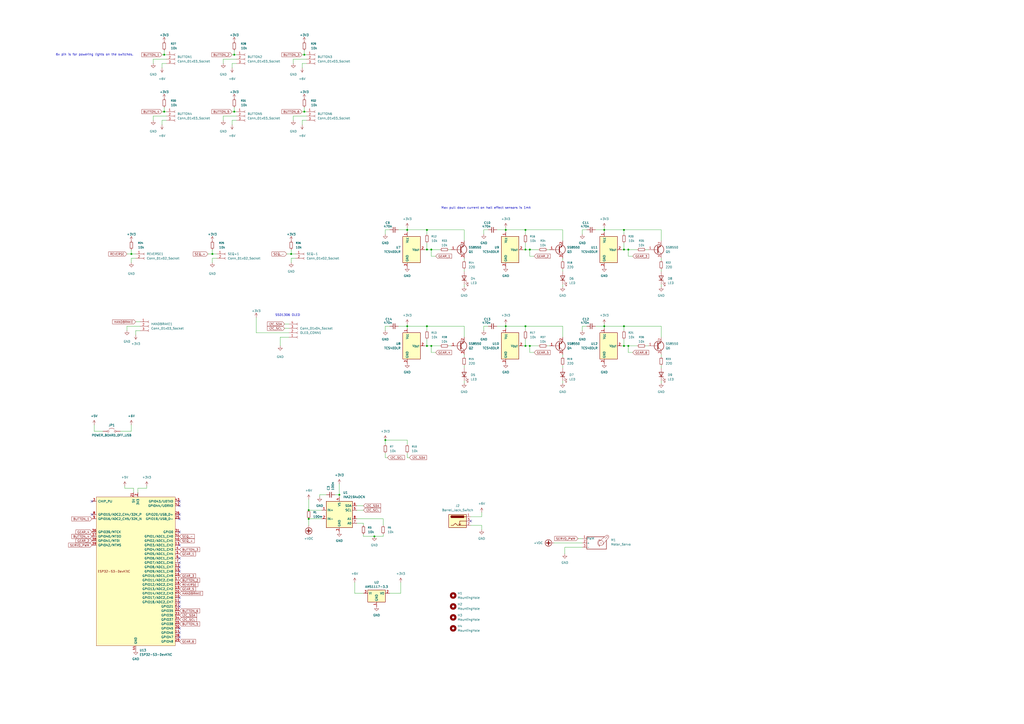
<source format=kicad_sch>
(kicad_sch (version 20250114) (generator "eeschema") (generator_version "9.0")
  (paper "A2")
  (lib_symbols
    (symbol "Connector:Barrel_Jack_Switch" (pin_names (hide yes))
      (property "Reference" "J" (at 0 5.334 0))
      (property "Value" "Barrel_Jack_Switch" (at 0 -5.08 0))
      (symbol "Barrel_Jack_Switch_1_1"
        (pin passive line (at 7.62 2.54 180) (length 2.54) (name "~") (number "1"))
        (pin passive line (at 7.62 0 180) (length 2.54) (name "~") (number "3"))
        (pin passive line (at 7.62 -2.54 180) (length 2.54) (name "~") (number "2"))
      )
    )
    (symbol "Connector:Conn_01x02_Socket" (pin_names (offset 1.016) (hide yes))
      (property "Reference" "J" (at 0 2.54 0))
      (property "Value" "Conn_01x02_Socket" (at 0 -5.08 0))
      (symbol "Conn_01x02_Socket_1_1"
        (pin passive line (at -5.08 0 0) (length 3.81) (name "Pin_1") (number "1"))
        (pin passive line (at -5.08 -2.54 0) (length 3.81) (name "Pin_2") (number "2"))
      )
    )
    (symbol "Connector:Conn_01x03_Socket" (pin_names (offset 1.016) (hide yes))
      (property "Reference" "J" (at 0 5.08 0))
      (property "Value" "Conn_01x03_Socket" (at 0 -5.08 0))
      (symbol "Conn_01x03_Socket_1_1"
        (pin passive line (at -5.08 2.54 0) (length 3.81) (name "Pin_1") (number "1"))
        (pin passive line (at -5.08 0 0) (length 3.81) (name "Pin_2") (number "2"))
        (pin passive line (at -5.08 -2.54 0) (length 3.81) (name "Pin_3") (number "3"))
      )
    )
    (symbol "Connector:Conn_01x04_Socket" (pin_names (offset 1.016) (hide yes))
      (property "Reference" "J" (at 0 5.08 0))
      (property "Value" "Conn_01x04_Socket" (at 0 -7.62 0))
      (symbol "Conn_01x04_Socket_1_1"
        (pin passive line (at -5.08 2.54 0) (length 3.81) (name "Pin_1") (number "1"))
        (pin passive line (at -5.08 0 0) (length 3.81) (name "Pin_2") (number "2"))
        (pin passive line (at -5.08 -2.54 0) (length 3.81) (name "Pin_3") (number "3"))
        (pin passive line (at -5.08 -5.08 0) (length 3.81) (name "Pin_4") (number "4"))
      )
    )
    (symbol "Device:C_Small" (pin_numbers (hide yes)) (pin_names (offset 0.254) (hide yes))
      (property "Reference" "C" (at 0.254 1.778 0))
      (property "Value" "C_Small" (at 0.254 -2.032 0))
      (symbol "C_Small_1_1"
        (pin passive line (at 0 2.54 270) (length 2.032) (name "~") (number "1"))
        (pin passive line (at 0 -2.54 90) (length 2.032) (name "~") (number "2"))
      )
    )
    (symbol "Device:LED" (pin_numbers (hide yes)) (pin_names (offset 1.016) (hide yes))
      (property "Reference" "D" (at 0 2.54 0))
      (property "Value" "LED" (at 0 -2.54 0))
      (symbol "LED_1_1"
        (pin passive line (at -3.81 0 0) (length 2.54) (name "K") (number "1"))
        (pin passive line (at 3.81 0 180) (length 2.54) (name "A") (number "2"))
      )
    )
    (symbol "Device:R_Small" (pin_numbers (hide yes)) (pin_names (offset 0.254) (hide yes))
      (property "Reference" "R" (at 0 0 90))
      (property "Value" "R_Small" (at 1.778 0 90))
      (symbol "R_Small_1_1"
        (pin passive line (at 0 2.54 270) (length 0.762) (name "~") (number "1"))
        (pin passive line (at 0 -2.54 90) (length 0.762) (name "~") (number "2"))
      )
    )
    (symbol "Jumper:Jumper_2_Open" (pin_numbers (hide yes)) (pin_names (offset 0) (hide yes))
      (property "Reference" "JP" (at 0 2.794 0))
      (property "Value" "Jumper_2_Open" (at 0 -2.286 0))
      (symbol "Jumper_2_Open_1_1"
        (pin passive line (at -5.08 0 0) (length 2.54) (name "A") (number "1"))
        (pin passive line (at 5.08 0 180) (length 2.54) (name "B") (number "2"))
      )
    )
    (symbol "Mechanical:MountingHole" (pin_names (offset 1.016)) (in_bom no)
      (property "Reference" "H" (at 0 5.08 0))
      (property "Value" "MountingHole" (at 0 3.175 0))
    )
    (symbol "Motor:Motor_Servo" (pin_names (offset 0.0254))
      (property "Reference" "M" (at -5.08 4.445 0))
      (property "Value" "Motor_Servo" (at -5.08 -4.064 0))
      (symbol "Motor_Servo_1_1"
        (pin passive line (at -7.62 2.54 0) (length 2.54) (name "PWM") (number "1"))
        (pin passive line (at -7.62 0 0) (length 2.54) (name "+") (number "2"))
        (pin passive line (at -7.62 -2.54 0) (length 2.54) (name "-") (number "3"))
      )
    )
    (symbol "PCM_Espressif:ESP32-C6-MINI-1/U"
      (property "Reference" "U" (at -25.4 32.004 0))
      (property "Value" "ESP32-C6-MINI-1/U" (at 25.4 32.004 0))
      (symbol "ESP32-C6-MINI-1/U_0_0"
        (text "ESP32-C6-MINI-1" (at 0 -24.13 0) (effects (font (size 2 2))))
      )
      (symbol "ESP32-C6-MINI-1/U_1_1"
        (pin input line (at -27.94 27.94 0) (length 2.54) (name "EN/CHIP_PU") (number "8"))
        (pin bidirectional line (at -27.94 22.86 0) (length 2.54) (name "GPIO0/ADC1_CH0/XTAL_32K_P") (number "12"))
        (pin bidirectional line (at -27.94 20.32 0) (length 2.54) (name "GPIO1/ADC1_CH1/XTAL_32K_N") (number "13"))
        (pin bidirectional line (at -27.94 17.78 0) (length 2.54) (name "GPIO2/ADC1_CH2") (number "5"))
        (pin bidirectional line (at -27.94 15.24 0) (length 2.54) (name "GPIO3/ADC1_CH3") (number "6"))
        (pin bidirectional line (at -27.94 7.62 0) (length 2.54) (name "MTMS/GPIO4/ADC1_CH4") (number "9"))
        (pin bidirectional line (at -27.94 5.08 0) (length 2.54) (name "MTDI/GPIO5/ADC1_CH5") (number "10"))
        (pin bidirectional line (at -27.94 2.54 0) (length 2.54) (name "MTCK/GPIO6/ADC1_CH6") (number "15"))
        (pin bidirectional line (at -27.94 0 0) (length 2.54) (name "MTDO/GPIO7") (number "16"))
        (pin no_connect line (at -25.4 -5.08 0) (length 2.54) (hide yes) (name "NC") (number "4"))
        (pin no_connect line (at -25.4 -7.62 0) (length 2.54) (hide yes) (name "NC") (number "7"))
        (pin no_connect line (at -25.4 -10.16 0) (length 2.54) (hide yes) (name "NC") (number "21"))
        (pin no_connect line (at -25.4 -12.7 0) (length 2.54) (hide yes) (name "NC") (number "32"))
        (pin no_connect line (at -25.4 -15.24 0) (length 2.54) (hide yes) (name "NC") (number "33"))
        (pin no_connect line (at -25.4 -17.78 0) (length 2.54) (hide yes) (name "NC") (number "34"))
        (pin no_connect line (at -25.4 -20.32 0) (length 2.54) (hide yes) (name "NC") (number "35"))
        (pin power_in line (at 0 33.02 270) (length 2.54) (name "3V3") (number "3"))
        (pin power_in line (at 0 -33.02 90) (length 2.54) (name "GND") (number "1"))
        (pin passive line (at 0 -33.02 90) (length 2.54) (hide yes) (name "GND") (number "11"))
        (pin passive line (at 0 -33.02 90) (length 2.54) (hide yes) (name "GND") (number "14"))
        (pin passive line (at 0 -33.02 90) (length 2.54) (hide yes) (name "GND") (number "2"))
        (pin passive line (at 0 -33.02 90) (length 2.54) (hide yes) (name "GND") (number "36"))
        (pin passive line (at 0 -33.02 90) (length 2.54) (hide yes) (name "GND") (number "37"))
        (pin passive line (at 0 -33.02 90) (length 2.54) (hide yes) (name "GND") (number "38"))
        (pin passive line (at 0 -33.02 90) (length 2.54) (hide yes) (name "GND") (number "39"))
        (pin passive line (at 0 -33.02 90) (length 2.54) (hide yes) (name "GND") (number "40"))
        (pin passive line (at 0 -33.02 90) (length 2.54) (hide yes) (name "GND") (number "41"))
        (pin passive line (at 0 -33.02 90) (length 2.54) (hide yes) (name "GND") (number "42"))
        (pin passive line (at 0 -33.02 90) (length 2.54) (hide yes) (name "GND") (number "43"))
        (pin passive line (at 0 -33.02 90) (length 2.54) (hide yes) (name "GND") (number "44"))
        (pin passive line (at 0 -33.02 90) (length 2.54) (hide yes) (name "GND") (number "45"))
        (pin passive line (at 0 -33.02 90) (length 2.54) (hide yes) (name "GND") (number "46"))
        (pin passive line (at 0 -33.02 90) (length 2.54) (hide yes) (name "GND") (number "47"))
        (pin passive line (at 0 -33.02 90) (length 2.54) (hide yes) (name "GND") (number "48"))
        (pin passive line (at 0 -33.02 90) (length 2.54) (hide yes) (name "GND") (number "49"))
        (pin passive line (at 0 -33.02 90) (length 2.54) (hide yes) (name "GND") (number "50"))
        (pin passive line (at 0 -33.02 90) (length 2.54) (hide yes) (name "GND") (number "51"))
        (pin passive line (at 0 -33.02 90) (length 2.54) (hide yes) (name "GND") (number "52"))
        (pin passive line (at 0 -33.02 90) (length 2.54) (hide yes) (name "GND") (number "53"))
        (pin bidirectional line (at 27.94 27.94 180) (length 2.54) (name "U0TXD/GPIO16") (number "31"))
        (pin bidirectional line (at 27.94 25.4 180) (length 2.54) (name "U0RXD/GPIO17") (number "30"))
        (pin bidirectional line (at 27.94 20.32 180) (length 2.54) (name "GPIO13/USB_D+") (number "18"))
        (pin bidirectional line (at 27.94 17.78 180) (length 2.54) (name "GPIO12/USB_D-") (number "17"))
        (pin bidirectional line (at 27.94 7.62 180) (length 2.54) (name "GPIO8") (number "22"))
        (pin bidirectional line (at 27.94 5.08 180) (length 2.54) (name "GPIO9") (number "23"))
        (pin bidirectional line (at 27.94 2.54 180) (length 2.54) (name "GPIO14") (number "19"))
        (pin bidirectional line (at 27.94 0 180) (length 2.54) (name "GPIO15") (number "20"))
        (pin bidirectional line (at 27.94 -2.54 180) (length 2.54) (name "GPIO18") (number "24"))
        (pin bidirectional line (at 27.94 -5.08 180) (length 2.54) (name "GPIO19") (number "25"))
        (pin bidirectional line (at 27.94 -7.62 180) (length 2.54) (name "GPIO20") (number "26"))
        (pin bidirectional line (at 27.94 -10.16 180) (length 2.54) (name "GPIO21") (number "27"))
        (pin bidirectional line (at 27.94 -12.7 180) (length 2.54) (name "GPIO22") (number "28"))
        (pin bidirectional line (at 27.94 -15.24 180) (length 2.54) (name "GPIO23") (number "29"))
      )
    )
    (symbol "PCM_Espressif:ESP32-S3-DevKitC" (pin_names (offset 1.016))
      (property "Reference" "U" (at -22.86 48.26 0))
      (property "Value" "ESP32-S3-DevKitC" (at -22.86 45.72 0))
      (symbol "ESP32-S3-DevKitC_0_0"
        (text "ESP32-S3-DevKitC" (at -12.7 0 0) (effects (font (size 1.27 1.27))))
        (pin bidirectional line (at -25.4 15.24 0) (length 2.54) (name "GPIO42/MTMS") (number "39"))
        (pin power_in line (at 0 -45.72 90) (length 2.54) (name "GND") (number "44"))
        (pin bidirectional line (at 25.4 40.64 180) (length 2.54) (name "GPIO43/U0TXD") (number "43"))
        (pin bidirectional line (at 25.4 38.1 180) (length 2.54) (name "GPIO44/U0RXD") (number "42"))
        (pin bidirectional line (at 25.4 20.32 180) (length 2.54) (name "GPIO1/ADC1_CH0") (number "41"))
        (pin bidirectional line (at 25.4 17.78 180) (length 2.54) (name "GPIO2/ADC1_CH1") (number "40"))
        (pin bidirectional line (at 25.4 -10.16 180) (length 2.54) (name "GPIO13/ADC2_CH2") (number "19"))
        (pin bidirectional line (at 25.4 -35.56 180) (length 2.54) (name "GPIO46") (number "14"))
      )
      (symbol "ESP32-S3-DevKitC_0_1"
        (pin power_in line (at 1.27 45.72 270) (length 2.54) (name "3V3") (number "2"))
      )
      (symbol "ESP32-S3-DevKitC_1_1"
        (pin input line (at -25.4 40.64 0) (length 2.54) (name "CHIP_PU") (number "3"))
        (pin bidirectional line (at -25.4 33.02 0) (length 2.54) (name "GPIO15/ADC2_CH4/32K_P") (number "8"))
        (pin bidirectional line (at -25.4 30.48 0) (length 2.54) (name "GPIO16/ADC2_CH5/32K_N") (number "9"))
        (pin bidirectional line (at -25.4 22.86 0) (length 2.54) (name "GPIO39/MTCK") (number "36"))
        (pin bidirectional line (at -25.4 20.32 0) (length 2.54) (name "GPIO40/MTDO") (number "37"))
        (pin bidirectional line (at -25.4 17.78 0) (length 2.54) (name "GPIO41/MTDI") (number "38"))
        (pin power_in line (at -1.27 45.72 270) (length 2.54) (name "5V") (number "21"))
        (pin passive line (at 0 -45.72 90) (length 2.54) (hide yes) (name "GND") (number "22"))
        (pin passive line (at 0 -45.72 90) (length 2.54) (hide yes) (name "GND") (number "23"))
        (pin passive line (at 0 -45.72 90) (length 2.54) (hide yes) (name "GND") (number "24"))
        (pin passive line (at 1.27 45.72 270) (length 2.54) (hide yes) (name "3V3") (number "1"))
        (pin bidirectional line (at 25.4 33.02 180) (length 2.54) (name "GPIO20/USB_D+") (number "26"))
        (pin bidirectional line (at 25.4 30.48 180) (length 2.54) (name "GPIO19/USB_D-") (number "25"))
        (pin bidirectional line (at 25.4 22.86 180) (length 2.54) (name "GPIO0") (number "31"))
        (pin bidirectional line (at 25.4 15.24 180) (length 2.54) (name "GPIO3/ADC1_CH2") (number "13"))
        (pin bidirectional line (at 25.4 12.7 180) (length 2.54) (name "GPIO4/ADC1_CH3") (number "4"))
        (pin bidirectional line (at 25.4 10.16 180) (length 2.54) (name "GPIO5/ADC1_CH4") (number "5"))
        (pin bidirectional line (at 25.4 7.62 180) (length 2.54) (name "GPIO6/ADC1_CH5") (number "6"))
        (pin bidirectional line (at 25.4 5.08 180) (length 2.54) (name "GPIO7/ADC1_CH6") (number "7"))
        (pin bidirectional line (at 25.4 2.54 180) (length 2.54) (name "GPIO8/ADC1_CH7") (number "12"))
        (pin bidirectional line (at 25.4 0 180) (length 2.54) (name "GPIO9/ADC1_CH8") (number "15"))
        (pin bidirectional line (at 25.4 -2.54 180) (length 2.54) (name "GPIO10/ADC1_CH9") (number "16"))
        (pin bidirectional line (at 25.4 -5.08 180) (length 2.54) (name "GPIO11/ADC2_CH0") (number "17"))
        (pin bidirectional line (at 25.4 -7.62 180) (length 2.54) (name "GPIO12/ADC2_CH1") (number "18"))
        (pin bidirectional line (at 25.4 -12.7 180) (length 2.54) (name "GPIO14/ADC2_CH3") (number "20"))
        (pin bidirectional line (at 25.4 -15.24 180) (length 2.54) (name "GPIO17/ADC2_CH6") (number "10"))
        (pin bidirectional line (at 25.4 -17.78 180) (length 2.54) (name "GPIO18/ADC2_CH7") (number "11"))
        (pin bidirectional line (at 25.4 -20.32 180) (length 2.54) (name "GPIO21") (number "27"))
        (pin bidirectional line (at 25.4 -22.86 180) (length 2.54) (name "GPIO35") (number "32"))
        (pin bidirectional line (at 25.4 -25.4 180) (length 2.54) (name "GPIO36") (number "33"))
        (pin bidirectional line (at 25.4 -27.94 180) (length 2.54) (name "GPIO37") (number "34"))
        (pin bidirectional line (at 25.4 -30.48 180) (length 2.54) (name "GPIO38") (number "35"))
        (pin bidirectional line (at 25.4 -33.02 180) (length 2.54) (name "GPIO45") (number "30"))
        (pin bidirectional line (at 25.4 -38.1 180) (length 2.54) (name "GPIO47") (number "28"))
        (pin bidirectional line (at 25.4 -40.64 180) (length 2.54) (name "GPIO48") (number "29"))
      )
    )
    (symbol "Regulator_Linear:AMS1117-3.3"
      (property "Reference" "U" (at -3.81 3.175 0))
      (property "Value" "AMS1117-3.3" (at 0 3.175 0))
      (symbol "AMS1117-3.3_1_1"
        (pin power_in line (at -7.62 0 0) (length 2.54) (name "VI") (number "3"))
        (pin power_in line (at 0 -7.62 90) (length 2.54) (name "GND") (number "1"))
        (pin power_out line (at 7.62 0 180) (length 2.54) (name "VO") (number "2"))
      )
    )
    (symbol "Regulator_Switching:TPS82130"
      (property "Reference" "U" (at 1.27 11.43 0))
      (property "Value" "TPS82130" (at 5.08 8.89 0))
      (symbol "TPS82130_1_1"
        (pin power_in line (at -10.16 5.08 0) (length 2.54) (name "VIN") (number "2"))
        (pin input line (at -10.16 0 0) (length 2.54) (name "EN") (number "1"))
        (pin open_collector line (at -10.16 -2.54 0) (length 2.54) (name "PG") (number "7"))
        (pin input line (at -10.16 -5.08 0) (length 2.54) (name "SS/TR") (number "8"))
        (pin power_in line (at 0 -10.16 90) (length 2.54) (name "GND") (number "3"))
        (pin passive line (at 0 -10.16 90) (length 2.54) (hide yes) (name "GND") (number "9"))
        (pin power_out line (at 10.16 5.08 180) (length 2.54) (name "VOUT") (number "4"))
        (pin passive line (at 10.16 5.08 180) (length 2.54) (hide yes) (name "VOUT") (number "5"))
        (pin input line (at 10.16 0 180) (length 2.54) (name "FB") (number "6"))
      )
    )
    (symbol "Sensor_Energy:INA219AxDCN"
      (property "Reference" "U" (at -6.35 8.89 0))
      (property "Value" "INA219AxDCN" (at 6.35 8.89 0))
      (symbol "INA219AxDCN_1_1"
        (pin input line (at -10.16 2.54 0) (length 2.54) (name "IN+") (number "1"))
        (pin input line (at -10.16 -2.54 0) (length 2.54) (name "IN-") (number "2"))
        (pin power_in line (at 0 10.16 270) (length 2.54) (name "VS") (number "4"))
        (pin power_in line (at 0 -10.16 90) (length 2.54) (name "GND") (number "3"))
        (pin bidirectional line (at 10.16 5.08 180) (length 2.54) (name "SDA") (number "6"))
        (pin input line (at 10.16 2.54 180) (length 2.54) (name "SCL") (number "5"))
        (pin input line (at 10.16 -2.54 180) (length 2.54) (name "A1") (number "8"))
        (pin input line (at 10.16 -5.08 180) (length 2.54) (name "A0") (number "7"))
      )
    )
    (symbol "Sensor_Magnetic:A1101xLH"
      (property "Reference" "U" (at 0 11.43 0))
      (property "Value" "A1101xLH" (at 0 8.89 0))
      (symbol "A1101xLH_1_1"
        (pin power_in line (at -2.54 10.16 270) (length 2.54) (name "V_{CC}") (number "1"))
        (pin power_in line (at -2.54 -10.16 90) (length 2.54) (name "GND") (number "3"))
        (pin open_collector line (at 7.62 0 180) (length 2.54) (name "V_{OUT}") (number "2"))
      )
    )
    (symbol "Switch:SW_Push" (pin_numbers (hide yes)) (pin_names (offset 1.016) (hide yes))
      (property "Reference" "SW" (at 1.27 2.54 0))
      (property "Value" "SW_Push" (at 0 -1.524 0))
      (symbol "SW_Push_0_1"
        (pin passive line (at -5.08 0 0) (length 2.54) (name "1") (number "1"))
        (pin passive line (at 5.08 0 180) (length 2.54) (name "2") (number "2"))
      )
    )
    (symbol "Transistor_BJT:SS8550" (pin_names (offset 0) (hide yes))
      (property "Reference" "Q" (at 5.08 1.905 0))
      (property "Value" "SS8550" (at 5.08 0 0))
      (symbol "SS8550_1_1"
        (pin input line (at -5.08 0 0) (length 2.54) (name "B") (number "1"))
        (pin passive line (at 2.54 5.08 270) (length 2.54) (name "C") (number "3"))
        (pin passive line (at 2.54 -5.08 90) (length 2.54) (name "E") (number "2"))
      )
    )
    (symbol "power:+12V" (power) (pin_numbers (hide yes)) (pin_names (offset 0) (hide yes))
      (property "Value" "+12V" (at 0 3.556 0))
      (symbol "+12V_1_1"
        (pin power_in line (at 0 0 90) (length 0) (name "~") (number "1"))
      )
    )
    (symbol "power:+3V3" (power) (pin_numbers (hide yes)) (pin_names (offset 0) (hide yes))
      (property "Value" "+3V3" (at 0 3.556 0))
      (symbol "+3V3_1_1"
        (pin power_in line (at 0 0 90) (length 0) (name "~") (number "1"))
      )
    )
    (symbol "power:+5V" (power) (pin_numbers (hide yes)) (pin_names (offset 0) (hide yes))
      (property "Value" "+5V" (at 0 3.556 0))
      (symbol "+5V_1_1"
        (pin power_in line (at 0 0 90) (length 0) (name "~") (number "1"))
      )
    )
    (symbol "power:+6V" (power) (pin_numbers (hide yes)) (pin_names (offset 0) (hide yes))
      (property "Value" "+6V" (at 0 3.556 0))
      (symbol "+6V_1_1"
        (pin power_in line (at 0 0 90) (length 0) (name "~") (number "1"))
      )
    )
    (symbol "power:+VDC" (power) (pin_numbers (hide yes)) (pin_names (offset 0) (hide yes))
      (property "Value" "+VDC" (at 0 6.35 0))
      (symbol "+VDC_1_1"
        (pin power_in line (at 0 0 90) (length 0) (name "~") (number "1"))
      )
    )
    (symbol "power:GND" (power) (pin_numbers (hide yes)) (pin_names (offset 0) (hide yes))
      (property "Value" "GND" (at 0 -3.81 0))
      (symbol "GND_1_1"
        (pin power_in line (at 0 0 270) (length 0) (name "~") (number "1"))
      )
    )
  )
  (text "6v pin is for powering lights on the switches." (at 54.864 31.75 0) (effects (font (size 1.27 1.27))))
  (text "SSD1306 OLED" (at 166.878 182.88 0) (effects (font (size 1.27 1.27))))
  (text "Max pull down current on hall effect sensors is 1mA" (at 281.94 120.65 0) (effects (font (size 1.27 1.27))))
  (junction (at 95.25 31.75))
  (junction (at 135.89 31.75))
  (junction (at 304.8 144.78))
  (junction (at 123.19 147.32))
  (junction (at 304.8 133.35))
  (junction (at 361.95 200.66))
  (junction (at 307.34 200.66))
  (junction (at -123.19 386.08))
  (junction (at 223.52 255.27))
  (junction (at -152.4 386.08))
  (junction (at -123.19 391.16))
  (junction (at -152.4 406.4))
  (junction (at 247.65 189.23))
  (junction (at 250.19 144.78))
  (junction (at 293.37 133.35))
  (junction (at 176.53 31.75))
  (junction (at 361.95 189.23))
  (junction (at 304.8 189.23))
  (junction (at 307.34 144.78))
  (junction (at -113.03 386.08))
  (junction (at 364.49 144.78))
  (junction (at 217.17 311.15))
  (junction (at 247.65 144.78))
  (junction (at 304.8 200.66))
  (junction (at 350.52 133.35))
  (junction (at 179.07 300.99))
  (junction (at 196.85 287.02))
  (junction (at -85.09 474.98))
  (junction (at 95.25 64.77))
  (junction (at 364.49 200.66))
  (junction (at 76.2 147.32))
  (junction (at 361.95 144.78))
  (junction (at -123.19 406.4))
  (junction (at 176.53 64.77))
  (junction (at 179.07 295.91))
  (junction (at -166.37 406.4))
  (junction (at -161.29 406.4))
  (junction (at -135.89 406.4))
  (junction (at 135.89 64.77))
  (junction (at 236.22 189.23))
  (junction (at -166.37 396.24))
  (junction (at -182.88 445.77))
  (junction (at -182.88 452.12))
  (junction (at 293.37 189.23))
  (junction (at 247.65 133.35))
  (junction (at -135.89 441.96))
  (junction (at 247.65 200.66))
  (junction (at -57.15 476.25))
  (junction (at 250.19 200.66))
  (junction (at 361.95 133.35))
  (junction (at 168.91 147.32))
  (junction (at 236.22 133.35))
  (junction (at 350.52 189.23))
  (no_connect (at -95.25 480.06))
  (no_connect (at 53.34 290.83))
  (no_connect (at 104.14 331.47))
  (no_connect (at 104.14 367.03))
  (no_connect (at -163.83 474.98))
  (no_connect (at 104.14 290.83))
  (no_connect (at 104.14 346.71))
  (no_connect (at 104.14 364.49))
  (no_connect (at 104.14 308.61))
  (no_connect (at -95.25 472.44))
  (no_connect (at 273.05 302.26))
  (no_connect (at 104.14 369.57))
  (no_connect (at 53.34 298.45))
  (no_connect (at 104.14 328.93))
  (no_connect (at 104.14 298.45))
  (no_connect (at -163.83 472.44))
  (no_connect (at 104.14 351.79))
  (no_connect (at 104.14 349.25))
  (no_connect (at 104.14 323.85))
  (no_connect (at 104.14 293.37))
  (no_connect (at 104.14 326.39))
  (no_connect (at 104.14 316.23))
  (no_connect (at 104.14 300.99))
  (wire (pts (xy 88.9 67.31) (xy 96.52 67.31)))
  (wire (pts (xy 247.65 189.23) (xy 247.65 191.77)))
  (wire (pts (xy 135.89 62.23) (xy 135.89 64.77)))
  (wire (pts (xy 326.39 212.09) (xy 326.39 213.36)))
  (wire (pts (xy 236.22 255.27) (xy 236.22 257.81)))
  (wire (pts (xy 269.24 133.35) (xy 269.24 139.7)))
  (wire (pts (xy 177.8 69.85) (xy 175.26 69.85)))
  (wire (pts (xy 129.54 67.31) (xy 137.16 67.31)))
  (wire (pts (xy 176.53 64.77) (xy 177.8 64.77)))
  (wire (pts (xy -107.95 480.06) (xy -95.25 480.06)))
  (wire (pts (xy -152.4 396.24) (xy -146.05 396.24)))
  (wire (pts (xy 236.22 132.08) (xy 236.22 133.35)))
  (wire (pts (xy -146.05 391.16) (xy -152.4 391.16)))
  (wire (pts (xy 231.14 189.23) (xy 236.22 189.23)))
  (wire (pts (xy 93.98 31.75) (xy 95.25 31.75)))
  (wire (pts (xy 374.65 144.78) (xy 375.92 144.78)))
  (wire (pts (xy 350.52 187.96) (xy 350.52 189.23)))
  (wire (pts (xy 247.65 133.35) (xy 269.24 133.35)))
  (wire (pts (xy 250.19 200.66) (xy 255.27 200.66)))
  (wire (pts (xy 224.79 265.43) (xy 223.52 265.43)))
  (wire (pts (xy 175.26 69.85) (xy 175.26 72.39)))
  (wire (pts (xy 95.25 62.23) (xy 95.25 64.77)))
  (wire (pts (xy 337.82 312.42) (xy 335.28 312.42)))
  (wire (pts (xy -152.4 406.4) (xy -152.4 402.59)))
  (wire (pts (xy -182.88 443.23) (xy -182.88 445.77)))
  (wire (pts (xy 327.66 317.5) (xy 327.66 321.31)))
  (wire (pts (xy 210.82 311.15) (xy 210.82 309.88)))
  (wire (pts (xy -107.95 472.44) (xy -95.25 472.44)))
  (wire (pts (xy 236.22 189.23) (xy 236.22 190.5)))
  (wire (pts (xy 123.19 144.78) (xy 123.19 147.32)))
  (wire (pts (xy 189.23 287.02) (xy 185.42 287.02)))
  (wire (pts (xy 326.39 133.35) (xy 326.39 139.7)))
  (wire (pts (xy -152.4 381) (xy -152.4 386.08)))
  (wire (pts (xy 279.4 297.18) (xy 279.4 299.72)))
  (wire (pts (xy 95.25 64.77) (xy 96.52 64.77)))
  (wire (pts (xy 361.95 189.23) (xy 361.95 191.77)))
  (wire (pts (xy 383.54 149.86) (xy 383.54 151.13)))
  (wire (pts (xy 80.01 285.75) (xy 80.01 283.21)))
  (wire (pts (xy 273.05 304.8) (xy 279.4 304.8)))
  (wire (pts (xy 350.52 133.35) (xy 350.52 134.62)))
  (wire (pts (xy 207.01 300.99) (xy 222.25 300.99)))
  (wire (pts (xy -85.09 472.44) (xy -85.09 474.98)))
  (wire (pts (xy 293.37 189.23) (xy 293.37 190.5)))
  (wire (pts (xy 73.66 189.23) (xy 81.28 189.23)))
  (wire (pts (xy 175.26 64.77) (xy 176.53 64.77)))
  (wire (pts (xy 247.65 144.78) (xy 250.19 144.78)))
  (wire (pts (xy 247.65 196.85) (xy 247.65 200.66)))
  (wire (pts (xy 95.25 31.75) (xy 96.52 31.75)))
  (wire (pts (xy -107.95 459.74) (xy -105.41 459.74)))
  (wire (pts (xy -128.27 441.96) (xy -135.89 441.96)))
  (wire (pts (xy 170.18 67.31) (xy 177.8 67.31)))
  (wire (pts (xy 170.18 69.85) (xy 170.18 67.31)))
  (wire (pts (xy 273.05 299.72) (xy 279.4 299.72)))
  (wire (pts (xy 246.38 200.66) (xy 247.65 200.66)))
  (wire (pts (xy -135.89 407.67) (xy -135.89 406.4)))
  (wire (pts (xy -113.03 391.16) (xy -113.03 406.4)))
  (wire (pts (xy -123.19 386.08) (xy -113.03 386.08)))
  (wire (pts (xy 179.07 295.91) (xy 186.69 295.91)))
  (wire (pts (xy 364.49 144.78) (xy 369.57 144.78)))
  (wire (pts (xy 123.19 149.86) (xy 123.19 152.4)))
  (wire (pts (xy 210.82 303.53) (xy 210.82 304.8)))
  (wire (pts (xy 69.85 250.19) (xy 76.2 250.19)))
  (wire (pts (xy -105.41 452.12) (xy -107.95 452.12)))
  (wire (pts (xy 176.53 29.21) (xy 176.53 31.75)))
  (wire (pts (xy 250.19 144.78) (xy 255.27 144.78)))
  (wire (pts (xy 162.56 195.58) (xy 162.56 200.66)))
  (wire (pts (xy 304.8 189.23) (xy 304.8 191.77)))
  (wire (pts (xy 247.65 133.35) (xy 247.65 135.89)))
  (wire (pts (xy 59.69 250.19) (xy 54.61 250.19)))
  (wire (pts (xy 177.8 36.83) (xy 175.26 36.83)))
  (wire (pts (xy -171.45 406.4) (xy -171.45 402.59)))
  (wire (pts (xy 303.53 144.78) (xy 304.8 144.78)))
  (wire (pts (xy 304.8 196.85) (xy 304.8 200.66)))
  (wire (pts (xy 76.2 246.38) (xy 76.2 250.19)))
  (wire (pts (xy 236.22 187.96) (xy 236.22 189.23)))
  (wire (pts (xy 367.03 148.59) (xy 364.49 148.59)))
  (wire (pts (xy 252.73 204.47) (xy 250.19 204.47)))
  (wire (pts (xy 134.62 31.75) (xy 135.89 31.75)))
  (wire (pts (xy 260.35 200.66) (xy 261.62 200.66)))
  (wire (pts (xy -166.37 406.4) (xy -161.29 406.4)))
  (wire (pts (xy 223.52 135.89) (xy 223.52 133.35)))
  (wire (pts (xy 337.82 314.96) (xy 321.31 314.96)))
  (wire (pts (xy 72.39 281.94) (xy 72.39 283.21)))
  (wire (pts (xy 367.03 204.47) (xy 364.49 204.47)))
  (wire (pts (xy 168.91 147.32) (xy 171.45 147.32)))
  (wire (pts (xy -135.89 436.88) (xy -135.89 441.96)))
  (wire (pts (xy -161.29 406.4) (xy -161.29 402.59)))
  (wire (pts (xy 269.24 212.09) (xy 269.24 213.36)))
  (wire (pts (xy 78.74 191.77) (xy 78.74 194.31)))
  (wire (pts (xy 88.9 69.85) (xy 88.9 67.31)))
  (wire (pts (xy 317.5 144.78) (xy 318.77 144.78)))
  (wire (pts (xy -125.73 386.08) (xy -123.19 386.08)))
  (wire (pts (xy 383.54 166.37) (xy 383.54 165.1)))
  (wire (pts (xy 77.47 283.21) (xy 72.39 283.21)))
  (wire (pts (xy -166.37 386.08) (xy -152.4 386.08)))
  (wire (pts (xy 361.95 196.85) (xy 361.95 200.66)))
  (wire (pts (xy 252.73 148.59) (xy 250.19 148.59)))
  (wire (pts (xy 364.49 204.47) (xy 364.49 200.66)))
  (wire (pts (xy 383.54 212.09) (xy 383.54 213.36)))
  (wire (pts (xy 364.49 200.66) (xy 369.57 200.66)))
  (wire (pts (xy 135.89 31.75) (xy 137.16 31.75)))
  (wire (pts (xy 196.85 280.67) (xy 196.85 287.02)))
  (wire (pts (xy 73.66 191.77) (xy 73.66 189.23)))
  (wire (pts (xy 280.67 133.35) (xy 283.21 133.35)))
  (wire (pts (xy 307.34 200.66) (xy 312.42 200.66)))
  (wire (pts (xy 93.98 69.85) (xy 93.98 72.39)))
  (wire (pts (xy -85.09 474.98) (xy -69.85 474.98)))
  (wire (pts (xy -118.11 441.96) (xy -123.19 441.96)))
  (wire (pts (xy 309.88 148.59) (xy 307.34 148.59)))
  (wire (pts (xy 185.42 287.02) (xy 185.42 288.29)))
  (wire (pts (xy 236.22 265.43) (xy 236.22 262.89)))
  (wire (pts (xy 196.85 288.29) (xy 196.85 287.02)))
  (wire (pts (xy 350.52 133.35) (xy 361.95 133.35)))
  (wire (pts (xy 260.35 144.78) (xy 261.62 144.78)))
  (wire (pts (xy 93.98 36.83) (xy 93.98 39.37)))
  (wire (pts (xy -153.67 393.7) (xy -146.05 393.7)))
  (wire (pts (xy 293.37 187.96) (xy 293.37 189.23)))
  (wire (pts (xy 179.07 300.99) (xy 179.07 304.8)))
  (wire (pts (xy -152.4 386.08) (xy -146.05 386.08)))
  (wire (pts (xy -171.45 396.24) (xy -166.37 396.24)))
  (wire (pts (xy 269.24 166.37) (xy 269.24 165.1)))
  (wire (pts (xy 304.8 133.35) (xy 326.39 133.35)))
  (wire (pts (xy 129.54 69.85) (xy 129.54 67.31)))
  (wire (pts (xy 123.19 147.32) (xy 125.73 147.32)))
  (wire (pts (xy 361.95 189.23) (xy 383.54 189.23)))
  (wire (pts (xy -158.75 393.7) (xy -161.29 393.7)))
  (wire (pts (xy 288.29 133.35) (xy 293.37 133.35)))
  (wire (pts (xy -166.37 396.24) (xy -166.37 386.08)))
  (wire (pts (xy 231.14 133.35) (xy 236.22 133.35)))
  (wire (pts (xy 236.22 189.23) (xy 247.65 189.23)))
  (wire (pts (xy 176.53 62.23) (xy 176.53 64.77)))
  (wire (pts (xy 168.91 149.86) (xy 168.91 152.4)))
  (wire (pts (xy -182.88 452.12) (xy -182.88 445.77)))
  (wire (pts (xy 226.06 344.17) (xy 232.41 344.17)))
  (wire (pts (xy 269.24 149.86) (xy 269.24 151.13)))
  (wire (pts (xy 326.39 166.37) (xy 326.39 165.1)))
  (wire (pts (xy -57.15 476.25) (xy -57.15 477.52)))
  (wire (pts (xy 135.89 29.21) (xy 135.89 31.75)))
  (wire (pts (xy -135.89 406.4) (xy -135.89 401.32)))
  (wire (pts (xy 179.07 300.99) (xy 186.69 300.99)))
  (wire (pts (xy -166.37 396.24) (xy -161.29 396.24)))
  (wire (pts (xy 236.22 133.35) (xy 236.22 134.62)))
  (wire (pts (xy -123.19 406.4) (xy -123.19 396.24)))
  (wire (pts (xy -166.37 397.51) (xy -166.37 396.24)))
  (wire (pts (xy 269.24 189.23) (xy 269.24 195.58)))
  (wire (pts (xy -171.45 406.4) (xy -166.37 406.4)))
  (wire (pts (xy -113.03 406.4) (xy -123.19 406.4)))
  (wire (pts (xy 374.65 200.66) (xy 375.92 200.66)))
  (wire (pts (xy 223.52 255.27) (xy 236.22 255.27)))
  (wire (pts (xy 247.65 200.66) (xy 250.19 200.66)))
  (wire (pts (xy 223.52 189.23) (xy 226.06 189.23)))
  (wire (pts (xy 269.24 156.21) (xy 269.24 157.48)))
  (wire (pts (xy 76.2 147.32) (xy 78.74 147.32)))
  (wire (pts (xy 304.8 189.23) (xy 326.39 189.23)))
  (wire (pts (xy 337.82 189.23) (xy 340.36 189.23)))
  (wire (pts (xy 167.64 195.58) (xy 162.56 195.58)))
  (wire (pts (xy -152.4 396.24) (xy -152.4 397.51)))
  (wire (pts (xy 326.39 149.86) (xy 326.39 151.13)))
  (wire (pts (xy 326.39 189.23) (xy 326.39 195.58)))
  (wire (pts (xy 167.64 193.04) (xy 148.59 193.04)))
  (wire (pts (xy -59.69 474.98) (xy -57.15 474.98)))
  (wire (pts (xy 304.8 200.66) (xy 307.34 200.66)))
  (wire (pts (xy 337.82 133.35) (xy 340.36 133.35)))
  (wire (pts (xy 269.24 205.74) (xy 269.24 207.01)))
  (wire (pts (xy 210.82 344.17) (xy 205.74 344.17)))
  (wire (pts (xy 307.34 148.59) (xy 307.34 144.78)))
  (wire (pts (xy -105.41 454.66) (xy -107.95 454.66)))
  (wire (pts (xy 361.95 140.97) (xy 361.95 144.78)))
  (wire (pts (xy 76.2 144.78) (xy 76.2 147.32)))
  (wire (pts (xy 96.52 36.83) (xy 93.98 36.83)))
  (wire (pts (xy 171.45 149.86) (xy 168.91 149.86)))
  (wire (pts (xy 350.52 189.23) (xy 350.52 190.5)))
  (wire (pts (xy -82.55 472.44) (xy -85.09 472.44)))
  (wire (pts (xy -105.41 462.28) (xy -107.95 462.28)))
  (wire (pts (xy -152.4 391.16) (xy -152.4 386.08)))
  (wire (pts (xy 293.37 133.35) (xy 304.8 133.35)))
  (wire (pts (xy 134.62 69.85) (xy 134.62 72.39)))
  (wire (pts (xy 361.95 133.35) (xy 383.54 133.35)))
  (wire (pts (xy 170.18 36.83) (xy 170.18 34.29)))
  (wire (pts (xy 54.61 246.38) (xy 54.61 250.19)))
  (wire (pts (xy 250.19 148.59) (xy 250.19 144.78)))
  (wire (pts (xy 175.26 36.83) (xy 175.26 39.37)))
  (wire (pts (xy 137.16 69.85) (xy 134.62 69.85)))
  (wire (pts (xy 237.49 265.43) (xy 236.22 265.43)))
  (wire (pts (xy 361.95 133.35) (xy 361.95 135.89)))
  (wire (pts (xy 280.67 189.23) (xy 283.21 189.23)))
  (wire (pts (xy 134.62 36.83) (xy 134.62 39.37)))
  (wire (pts (xy 129.54 36.83) (xy 129.54 34.29)))
  (wire (pts (xy -201.93 452.12) (xy -195.58 452.12)))
  (wire (pts (xy 326.39 205.74) (xy 326.39 207.01)))
  (wire (pts (xy -152.4 406.4) (xy -135.89 406.4)))
  (wire (pts (xy 196.85 287.02) (xy 194.31 287.02)))
  (wire (pts (xy 175.26 31.75) (xy 176.53 31.75)))
  (wire (pts (xy 135.89 64.77) (xy 137.16 64.77)))
  (wire (pts (xy 360.68 200.66) (xy 361.95 200.66)))
  (wire (pts (xy 337.82 317.5) (xy 327.66 317.5)))
  (wire (pts (xy -182.88 452.12) (xy -163.83 452.12)))
  (wire (pts (xy 345.44 189.23) (xy 350.52 189.23)))
  (wire (pts (xy 288.29 189.23) (xy 293.37 189.23)))
  (wire (pts (xy 337.82 191.77) (xy 337.82 189.23)))
  (wire (pts (xy 361.95 200.66) (xy 364.49 200.66)))
  (wire (pts (xy -135.89 406.4) (xy -123.19 406.4)))
  (wire (pts (xy 383.54 189.23) (xy 383.54 195.58)))
  (wire (pts (xy 95.25 29.21) (xy 95.25 31.75)))
  (wire (pts (xy -161.29 392.43) (xy -161.29 393.7)))
  (wire (pts (xy 179.07 295.91) (xy 179.07 289.56)))
  (wire (pts (xy 85.09 283.21) (xy 85.09 281.94)))
  (wire (pts (xy 307.34 204.47) (xy 307.34 200.66)))
  (wire (pts (xy 129.54 34.29) (xy 137.16 34.29)))
  (wire (pts (xy -171.45 397.51) (xy -171.45 396.24)))
  (wire (pts (xy 223.52 265.43) (xy 223.52 262.89)))
  (wire (pts (xy 176.53 31.75) (xy 177.8 31.75)))
  (wire (pts (xy -113.03 382.27) (xy -113.03 386.08)))
  (wire (pts (xy -57.15 474.98) (xy -57.15 476.25)))
  (wire (pts (xy 223.52 255.27) (xy 223.52 257.81)))
  (wire (pts (xy 134.62 64.77) (xy 135.89 64.77)))
  (wire (pts (xy 76.2 149.86) (xy 76.2 152.4)))
  (wire (pts (xy 120.65 147.32) (xy 123.19 147.32)))
  (wire (pts (xy 207.01 293.37) (xy 210.82 293.37)))
  (wire (pts (xy 207.01 295.91) (xy 210.82 295.91)))
  (wire (pts (xy 246.38 144.78) (xy 247.65 144.78)))
  (wire (pts (xy 137.16 36.83) (xy 134.62 36.83)))
  (wire (pts (xy 165.1 190.5) (xy 167.64 190.5)))
  (wire (pts (xy 303.53 200.66) (xy 304.8 200.66)))
  (wire (pts (xy -135.89 441.96) (xy -135.89 447.04)))
  (wire (pts (xy -161.29 406.4) (xy -152.4 406.4)))
  (wire (pts (xy 317.5 200.66) (xy 318.77 200.66)))
  (wire (pts (xy 383.54 205.74) (xy 383.54 207.01)))
  (wire (pts (xy 383.54 222.25) (xy 383.54 220.98)))
  (wire (pts (xy 165.1 187.96) (xy 167.64 187.96)))
  (wire (pts (xy 304.8 144.78) (xy 307.34 144.78)))
  (wire (pts (xy 88.9 34.29) (xy 96.52 34.29)))
  (wire (pts (xy 269.24 222.25) (xy 269.24 220.98)))
  (wire (pts (xy 383.54 156.21) (xy 383.54 157.48)))
  (wire (pts (xy 247.65 140.97) (xy 247.65 144.78)))
  (wire (pts (xy 280.67 135.89) (xy 280.67 133.35)))
  (wire (pts (xy 88.9 36.83) (xy 88.9 34.29)))
  (wire (pts (xy 247.65 189.23) (xy 269.24 189.23)))
  (wire (pts (xy -107.95 474.98) (xy -85.09 474.98)))
  (wire (pts (xy 361.95 144.78) (xy 364.49 144.78)))
  (wire (pts (xy 279.4 304.8) (xy 279.4 307.34)))
  (wire (pts (xy 223.52 191.77) (xy 223.52 189.23)))
  (wire (pts (xy 170.18 34.29) (xy 177.8 34.29)))
  (wire (pts (xy -166.37 406.4) (xy -166.37 402.59)))
  (wire (pts (xy -182.88 445.77) (xy -180.34 445.77)))
  (wire (pts (xy 364.49 148.59) (xy 364.49 144.78)))
  (wire (pts (xy 78.74 186.69) (xy 81.28 186.69)))
  (wire (pts (xy 304.8 140.97) (xy 304.8 144.78)))
  (wire (pts (xy 210.82 303.53) (xy 207.01 303.53)))
  (wire (pts (xy 125.73 149.86) (xy 123.19 149.86)))
  (wire (pts (xy 96.52 69.85) (xy 93.98 69.85)))
  (wire (pts (xy 205.74 337.82) (xy 205.74 344.17)))
  (wire (pts (xy 337.82 135.89) (xy 337.82 133.35)))
  (wire (pts (xy 232.41 337.82) (xy 232.41 344.17)))
  (wire (pts (xy 350.52 189.23) (xy 361.95 189.23)))
  (wire (pts (xy 222.25 311.15) (xy 217.17 311.15)))
  (wire (pts (xy 222.25 300.99) (xy 222.25 304.8)))
  (wire (pts (xy 307.34 144.78) (xy 312.42 144.78)))
  (wire (pts (xy 81.28 191.77) (xy 78.74 191.77)))
  (wire (pts (xy 326.39 156.21) (xy 326.39 157.48)))
  (wire (pts (xy 148.59 184.15) (xy 148.59 193.04)))
  (wire (pts (xy 73.66 147.32) (xy 76.2 147.32)))
  (wire (pts (xy 78.74 149.86) (xy 76.2 149.86)))
  (wire (pts (xy 250.19 204.47) (xy 250.19 200.66)))
  (wire (pts (xy 236.22 133.35) (xy 247.65 133.35)))
  (wire (pts (xy 360.68 144.78) (xy 361.95 144.78)))
  (wire (pts (xy 223.52 133.35) (xy 226.06 133.35)))
  (wire (pts (xy 77.47 285.75) (xy 77.47 283.21)))
  (wire (pts (xy 222.25 309.88) (xy 222.25 311.15)))
  (wire (pts (xy 93.98 64.77) (xy 95.25 64.77)))
  (wire (pts (xy 345.44 133.35) (xy 350.52 133.35)))
  (wire (pts (xy 293.37 132.08) (xy 293.37 133.35)))
  (wire (pts (xy 350.52 132.08) (xy 350.52 133.35)))
  (wire (pts (xy 168.91 144.78) (xy 168.91 147.32)))
  (wire (pts (xy 326.39 222.25) (xy 326.39 220.98)))
  (wire (pts (xy 166.37 147.32) (xy 168.91 147.32)))
  (wire (pts (xy -161.29 396.24) (xy -161.29 397.51)))
  (wire (pts (xy 383.54 133.35) (xy 383.54 139.7)))
  (wire (pts (xy 304.8 133.35) (xy 304.8 135.89)))
  (wire (pts (xy 80.01 283.21) (xy 85.09 283.21)))
  (wire (pts (xy 217.17 311.15) (xy 210.82 311.15)))
  (wire (pts (xy -185.42 452.12) (xy -182.88 452.12)))
  (wire (pts (xy 309.88 204.47) (xy 307.34 204.47)))
  (wire (pts (xy 293.37 133.35) (xy 293.37 134.62)))
  (wire (pts (xy -125.73 391.16) (xy -123.19 391.16)))
  (wire (pts (xy 280.67 191.77) (xy 280.67 189.23)))
  (wire (pts (xy -201.93 454.66) (xy -201.93 452.12)))
  (wire (pts (xy 293.37 189.23) (xy 304.8 189.23)))
  (global_label "BUTTON_5" (shape input) (at 134.62 64.77 180) (property "Intersheetrefs" "${INTERSHEET_REFS}" (effects (hide yes))))
  (global_label "GPIO_EXPANDER1_INT" (shape input) (at -107.95 490.22 0) (property "Intersheetrefs" "${INTERSHEET_REFS}" (effects (hide yes))))
  (global_label "I2C_SDA" (shape input) (at -107.95 485.14 0) (property "Intersheetrefs" "${INTERSHEET_REFS}" (effects (hide yes))))
  (global_label "SEQ_+" (shape input) (at 104.14 313.69 0) (property "Intersheetrefs" "${INTERSHEET_REFS}" (effects (hide yes))))
  (global_label "GEAR_2" (shape input) (at 53.34 313.69 180) (property "Intersheetrefs" "${INTERSHEET_REFS}" (effects (hide yes))))
  (global_label "I2C_SDA" (shape input) (at 237.49 265.43 0) (property "Intersheetrefs" "${INTERSHEET_REFS}" (effects (hide yes))))
  (global_label "BUTTON_1" (shape input) (at 53.34 300.99 180) (property "Intersheetrefs" "${INTERSHEET_REFS}" (effects (hide yes))))
  (global_label "BUTTON_2" (shape input) (at 134.62 31.75 180) (property "Intersheetrefs" "${INTERSHEET_REFS}" (effects (hide yes))))
  (global_label "GEAR_3" (shape input) (at 367.03 148.59 0) (property "Intersheetrefs" "${INTERSHEET_REFS}" (effects (hide yes))))
  (global_label "GEAR_2" (shape input) (at 309.88 148.59 0) (property "Intersheetrefs" "${INTERSHEET_REFS}" (effects (hide yes))))
  (global_label "BUTTON_3" (shape input) (at 104.14 318.77 0) (property "Intersheetrefs" "${INTERSHEET_REFS}" (effects (hide yes))))
  (global_label "GEAR_6" (shape input) (at 104.14 372.11 0) (property "Intersheetrefs" "${INTERSHEET_REFS}" (effects (hide yes))))
  (global_label "I2C_SCL" (shape input) (at 210.82 295.91 0) (property "Intersheetrefs" "${INTERSHEET_REFS}" (effects (hide yes))))
  (global_label "SEQ_+" (shape input) (at 120.65 147.32 180) (property "Intersheetrefs" "${INTERSHEET_REFS}" (effects (hide yes))))
  (global_label "I2C_SDA" (shape input) (at 104.14 356.87 0) (property "Intersheetrefs" "${INTERSHEET_REFS}" (effects (hide yes))))
  (global_label "SEQ_-" (shape input) (at 104.14 311.15 0) (property "Intersheetrefs" "${INTERSHEET_REFS}" (effects (hide yes))))
  (global_label "I2C_SCL" (shape input) (at 165.1 190.5 180) (property "Intersheetrefs" "${INTERSHEET_REFS}" (effects (hide yes))))
  (global_label "GEAR_1" (shape input) (at 252.73 148.59 0) (property "Intersheetrefs" "${INTERSHEET_REFS}" (effects (hide yes))))
  (global_label "BUTTON_2" (shape input) (at 104.14 336.55 0) (property "Intersheetrefs" "${INTERSHEET_REFS}" (effects (hide yes))))
  (global_label "ESP_BOOT" (shape input) (at -82.55 472.44 0) (property "Intersheetrefs" "${INTERSHEET_REFS}" (effects (hide yes))))
  (global_label "GEAR_3" (shape input) (at 104.14 334.01 0) (property "Intersheetrefs" "${INTERSHEET_REFS}" (effects (hide yes))))
  (global_label "BUTTON_4" (shape input) (at 93.98 64.77 180) (property "Intersheetrefs" "${INTERSHEET_REFS}" (effects (hide yes))))
  (global_label "REVERSE" (shape input) (at 73.66 147.32 180) (property "Intersheetrefs" "${INTERSHEET_REFS}" (effects (hide yes))))
  (global_label "SERVO_PWM" (shape input) (at -107.95 482.6 0) (property "Intersheetrefs" "${INTERSHEET_REFS}" (effects (hide yes))))
  (global_label "GEAR_4" (shape input) (at 252.73 204.47 0) (property "Intersheetrefs" "${INTERSHEET_REFS}" (effects (hide yes))))
  (global_label "HANDBRAKE" (shape input) (at 78.74 186.69 180) (property "Intersheetrefs" "${INTERSHEET_REFS}" (effects (hide yes))))
  (global_label "GPIO_EXPANDER_RESET" (shape input) (at -107.95 495.3 0) (property "Intersheetrefs" "${INTERSHEET_REFS}" (effects (hide yes))))
  (global_label "ESP_RESET" (shape input) (at -180.34 445.77 0) (property "Intersheetrefs" "${INTERSHEET_REFS}" (effects (hide yes))))
  (global_label "HANDBRAKE" (shape input) (at 104.14 344.17 0) (property "Intersheetrefs" "${INTERSHEET_REFS}" (effects (hide yes))))
  (global_label "GEAR_1" (shape input) (at 104.14 321.31 0) (property "Intersheetrefs" "${INTERSHEET_REFS}" (effects (hide yes))))
  (global_label "SERVO_PWM" (shape input) (at 53.34 316.23 180) (property "Intersheetrefs" "${INTERSHEET_REFS}" (effects (hide yes))))
  (global_label "GEAR_4" (shape input) (at 53.34 308.61 180) (property "Intersheetrefs" "${INTERSHEET_REFS}" (effects (hide yes))))
  (global_label "BUTTON_4" (shape input) (at 53.34 311.15 180) (property "Intersheetrefs" "${INTERSHEET_REFS}" (effects (hide yes))))
  (global_label "BUTTON_6" (shape input) (at 175.26 64.77 180) (property "Intersheetrefs" "${INTERSHEET_REFS}" (effects (hide yes))))
  (global_label "GEAR_5" (shape input) (at 104.14 341.63 0) (property "Intersheetrefs" "${INTERSHEET_REFS}" (effects (hide yes))))
  (global_label "BUTTON_1" (shape input) (at 93.98 31.75 180) (property "Intersheetrefs" "${INTERSHEET_REFS}" (effects (hide yes))))
  (global_label "I2C_SCL" (shape input) (at -107.95 487.68 0) (property "Intersheetrefs" "${INTERSHEET_REFS}" (effects (hide yes))))
  (global_label "I2C_SCL" (shape input) (at 104.14 359.41 0) (property "Intersheetrefs" "${INTERSHEET_REFS}" (effects (hide yes))))
  (global_label "BUTTON_5" (shape input) (at 104.14 361.95 0) (property "Intersheetrefs" "${INTERSHEET_REFS}" (effects (hide yes))))
  (global_label "GEAR_6" (shape input) (at 367.03 204.47 0) (property "Intersheetrefs" "${INTERSHEET_REFS}" (effects (hide yes))))
  (global_label "I2C_SDA" (shape input) (at 210.82 293.37 0) (property "Intersheetrefs" "${INTERSHEET_REFS}" (effects (hide yes))))
  (global_label "BUTTON_3" (shape input) (at 175.26 31.75 180) (property "Intersheetrefs" "${INTERSHEET_REFS}" (effects (hide yes))))
  (global_label "I2C_SDA" (shape input) (at 165.1 187.96 180) (property "Intersheetrefs" "${INTERSHEET_REFS}" (effects (hide yes))))
  (global_label "SERVO_PWM" (shape input) (at 335.28 312.42 180) (property "Intersheetrefs" "${INTERSHEET_REFS}" (effects (hide yes))))
  (global_label "GPIO_EXPANDER2_INT" (shape input) (at -107.95 492.76 0) (property "Intersheetrefs" "${INTERSHEET_REFS}" (effects (hide yes))))
  (global_label "BUTTON_6" (shape input) (at 104.14 354.33 0) (property "Intersheetrefs" "${INTERSHEET_REFS}" (effects (hide yes))))
  (global_label "GEAR_5" (shape input) (at 309.88 204.47 0) (property "Intersheetrefs" "${INTERSHEET_REFS}" (effects (hide yes))))
  (global_label "REVERSE" (shape input) (at 104.14 339.09 0) (property "Intersheetrefs" "${INTERSHEET_REFS}" (effects (hide yes))))
  (global_label "SEQ_-" (shape input) (at 166.37 147.32 180) (property "Intersheetrefs" "${INTERSHEET_REFS}" (effects (hide yes))))
  (global_label "I2C_SCL" (shape input) (at 224.79 265.43 0) (property "Intersheetrefs" "${INTERSHEET_REFS}" (effects (hide yes))))
  (symbol (lib_id "power:+VDC") (at 321.31 314.96 90) (unit 1)
    (property "Reference" "#PWR030" (effects (hide yes)))
    (property "Value" "+VDC" (at 314.96 314.9599 90) (effects (justify left)))
    (property "Description" "Power symbol creates a global label with name \"+VDC\"" (effects (hide yes)))
  )
  (symbol (lib_id "Transistor_BJT:SS8550") (at 266.7 144.78 0) (mirror x) (unit 1)
    (property "Reference" "Q1" (at 271.78 146.0501 0) (effects (justify left)))
    (property "Value" "SS8550" (at 271.78 143.5101 0) (effects (justify left)))
    (property "Footprint" "Package_TO_SOT_SMD:SOT-23" (effects (hide yes)))
    (property "Datasheet" "http://www.secosgmbh.com/datasheet/products/SSMPTransistor/SOT-23/SS8550.pdf" (effects (hide yes)))
    (property "Description" "General Purpose PNP Transistor, 1.5A Ic, 25V Vce, SOT-23" (effects (hide yes)))
    (property "LCSC" "C8542" (effects (hide yes)))
  )
  (symbol (lib_id "Device:R_Small") (at 257.81 144.78 270) (unit 1)
    (property "Reference" "R33" (at 257.81 139.7 90) (effects (font (size 1.016 1.016))))
    (property "Value" "10k" (at 257.81 142.24 90))
    (property "Footprint" "Resistor_SMD:R_0603_1608Metric" (effects (hide yes)))
    (property "Description" "Resistor, small symbol" (effects (hide yes)))
    (property "LCSC" "C25804" (effects (hide yes)))
  )
  (symbol (lib_id "power:GND") (at -135.89 513.08 0) (unit 1) (in_bom no) (on_board no) (dnp yes)
    (property "Reference" "#PWR035" (effects (hide yes)))
    (property "Value" "GND" (at -135.89 518.16 0))
    (property "Description" "Power symbol creates a global label with name \"GND\" , ground" (effects (hide yes)))
  )
  (symbol (lib_id "power:+3V3") (at 135.89 24.13 0) (unit 1)
    (property "Reference" "#PWR087" (effects (hide yes)))
    (property "Value" "+3V3" (at 135.89 20.32 0))
    (property "Description" "Power symbol creates a global label with name \"+3V3\"" (effects (hide yes)))
  )
  (symbol (lib_id "power:GND") (at -201.93 454.66 0) (unit 1) (in_bom no) (on_board no) (dnp yes)
    (property "Reference" "#PWR022" (effects (hide yes)))
    (property "Value" "GND" (at -201.93 459.74 0))
    (property "Description" "Power symbol creates a global label with name \"GND\" , ground" (effects (hide yes)))
  )
  (symbol (lib_id "Device:R_Small") (at 269.24 209.55 0) (unit 1)
    (property "Reference" "R15" (at 271.78 208.2799 0) (effects (font (size 1.016 1.016)) (justify left)))
    (property "Value" "220" (at 271.78 210.8199 0) (effects (justify left)))
    (property "Footprint" "Resistor_SMD:R_0603_1608Metric" (effects (hide yes)))
    (property "Description" "Resistor, small symbol" (effects (hide yes)))
    (property "LCSC" "C22962" (effects (hide yes)))
  )
  (symbol (lib_id "power:GND") (at 170.18 69.85 0) (unit 1)
    (property "Reference" "#PWR054" (effects (hide yes)))
    (property "Value" "GND" (at 170.18 76.2 0))
    (property "Description" "Power symbol creates a global label with name \"GND\" , ground" (effects (hide yes)))
  )
  (symbol (lib_id "power:GND") (at 280.67 135.89 0) (unit 1)
    (property "Reference" "#PWR078" (effects (hide yes)))
    (property "Value" "GND" (at 280.67 140.97 0))
    (property "Description" "Power symbol creates a global label with name \"GND\" , ground" (effects (hide yes)))
  )
  (symbol (lib_id "Device:R_Small") (at 372.11 144.78 270) (unit 1)
    (property "Reference" "R35" (at 372.11 139.7 90) (effects (font (size 1.016 1.016))))
    (property "Value" "10k" (at 372.11 142.24 90))
    (property "Footprint" "Resistor_SMD:R_0603_1608Metric" (effects (hide yes)))
    (property "Description" "Resistor, small symbol" (effects (hide yes)))
    (property "LCSC" "C25804" (effects (hide yes)))
  )
  (symbol (lib_id "Device:C_Small") (at 228.6 133.35 90) (unit 1)
    (property "Reference" "C9" (at 223.52 129.286 90) (effects (justify right)))
    (property "Value" "470n" (at 222.504 131.318 90) (effects (justify right)))
    (property "Footprint" "Capacitor_SMD:C_0805_2012Metric" (effects (hide yes)))
    (property "Description" "Unpolarized capacitor, small symbol" (effects (hide yes)))
    (property "LCSC" "C13967" (effects (hide yes)))
  )
  (symbol (lib_id "power:GND") (at 236.22 154.94 0) (unit 1)
    (property "Reference" "#PWR058" (effects (hide yes)))
    (property "Value" "GND" (at 236.22 160.02 0))
    (property "Description" "Power symbol creates a global label with name \"GND\" , ground" (effects (hide yes)))
  )
  (symbol (lib_id "power:+3V3") (at 176.53 24.13 0) (unit 1)
    (property "Reference" "#PWR088" (effects (hide yes)))
    (property "Value" "+3V3" (at 176.53 20.32 0))
    (property "Description" "Power symbol creates a global label with name \"+3V3\"" (effects (hide yes)))
  )
  (symbol (lib_id "power:GND") (at 337.82 135.89 0) (unit 1)
    (property "Reference" "#PWR079" (effects (hide yes)))
    (property "Value" "GND" (at 337.82 140.97 0))
    (property "Description" "Power symbol creates a global label with name \"GND\" , ground" (effects (hide yes)))
  )
  (symbol (lib_id "Connector:Conn_01x02_Socket") (at 130.81 147.32 0) (unit 1)
    (property "Reference" "SEQ+1" (at 132.08 147.3199 0) (effects (justify left)))
    (property "Value" "Conn_01x02_Socket" (at 132.08 149.8599 0) (effects (justify left)))
    (property "Footprint" "Connector_JST:JST_PH_S2B-PH-K_1x02_P2.00mm_Horizontal" (effects (hide yes)))
    (property "Description" "Generic connector, single row, 01x02, script generated" (effects (hide yes)))
  )
  (symbol (lib_id "power:GND") (at 88.9 69.85 0) (unit 1)
    (property "Reference" "#PWR042" (effects (hide yes)))
    (property "Value" "GND" (at 88.9 76.2 0))
    (property "Description" "Power symbol creates a global label with name \"GND\" , ground" (effects (hide yes)))
  )
  (symbol (lib_id "Device:LED") (at 326.39 161.29 90) (unit 1)
    (property "Reference" "D6" (at 330.2 161.6074 90) (effects (justify right)))
    (property "Value" "LED" (at 330.2 164.1474 90) (effects (justify right)))
    (property "Footprint" "LED_SMD:LED_0603_1608Metric" (effects (hide yes)))
    (property "Description" "Light emitting diode" (effects (hide yes)))
    (property "Sim.Pins" "1=K 2=A" (effects (hide yes)))
    (property "LCSC" "C2286" (effects (hide yes)))
  )
  (symbol (lib_id "Connector:Conn_01x03_Socket") (at 101.6 67.31 0) (unit 1)
    (property "Reference" "BUTTON4" (at 102.87 66.0399 0) (effects (justify left)))
    (property "Value" "Conn_01x03_Socket" (at 102.87 68.5799 0) (effects (justify left)))
    (property "Footprint" "Connector_JST:JST_EH_S3B-EH_1x03_P2.50mm_Horizontal" (effects (hide yes)))
    (property "Description" "Generic connector, single row, 01x03, script generated" (effects (hide yes)))
  )
  (symbol (lib_id "Sensor_Magnetic:A1101xLH") (at 295.91 200.66 0) (unit 1)
    (property "Reference" "U10" (at 289.56 199.3899 0) (effects (justify right)))
    (property "Value" "TCS40DLR" (at 289.56 201.9299 0) (effects (justify right)))
    (property "Footprint" "Package_TO_SOT_SMD:SOT-23W" (effects (hide yes)))
    (property "Datasheet" "https://www.allegromicro.com/-/media/files/datasheets/a110x-datasheet.ashx" (effects (hide yes)))
    (property "Description" "Hall effect switch, unipolar (south-polarity), Bop=100G, Brp=45G, 3.8-24V supply, SOT-23W" (effects (hide yes)))
    (property "LCSC" "C146312" (effects (hide yes)))
  )
  (symbol (lib_id "Device:R_Small") (at 123.19 142.24 180) (unit 1)
    (property "Reference" "R25" (at 127 140.9699 0) (effects (font (size 1.016 1.016)) (justify right)))
    (property "Value" "10k" (at 127 143.5099 0) (effects (justify right)))
    (property "Footprint" "Resistor_SMD:R_0603_1608Metric" (effects (hide yes)))
    (property "Description" "Resistor, small symbol" (effects (hide yes)))
    (property "LCSC" "C25804" (effects (hide yes)))
  )
  (symbol (lib_id "Device:C_Small") (at -161.29 400.05 0) (unit 1) (in_bom no) (on_board no) (dnp yes)
    (property "Reference" "C4" (at -160.782 398.018 0) (effects (justify left)))
    (property "Value" "10u" (at -160.528 402.336 0) (effects (justify left)))
    (property "Description" "Unpolarized capacitor, small symbol" (effects (hide yes)))
  )
  (symbol (lib_id "Switch:SW_Push") (at -64.77 474.98 0) (unit 1) (in_bom no) (on_board no) (dnp yes)
    (property "Reference" "SWBOOT1" (at -64.77 467.36 0))
    (property "Value" "SW_Push" (at -64.77 469.9 0))
    (property "Footprint" "Button_Switch_SMD:SW_Push_SPST_NO_Alps_SKRK" (effects (hide yes)))
    (property "Description" "Push button switch, generic, two pins" (effects (hide yes)))
    (property "LCSC" "C720477" (effects (hide yes)))
  )
  (symbol (lib_id "power:+3V3") (at 78.74 194.31 180) (unit 1)
    (property "Reference" "#PWR040" (effects (hide yes)))
    (property "Value" "+3V3" (at 78.74 199.39 0))
    (property "Description" "Power symbol creates a global label with name \"+3V3\"" (effects (hide yes)))
  )
  (symbol (lib_id "Switch:SW_Push") (at -190.5 452.12 0) (unit 1) (in_bom no) (on_board no) (dnp yes)
    (property "Reference" "SWRESET1" (at -190.5 444.5 0))
    (property "Value" "SW_Push" (at -190.5 447.04 0))
    (property "Footprint" "Button_Switch_SMD:SW_Push_SPST_NO_Alps_SKRK" (effects (hide yes)))
    (property "Description" "Push button switch, generic, two pins" (effects (hide yes)))
    (property "LCSC" "C720477" (effects (hide yes)))
  )
  (symbol (lib_id "Mechanical:MountingHole") (at 262.89 358.14 0) (unit 1) (in_bom no)
    (property "Reference" "H3" (at 265.43 356.8699 0) (effects (justify left)))
    (property "Value" "MountingHole" (at 265.43 359.4099 0) (effects (justify left)))
    (property "Footprint" "MountingHole:MountingHole_3.2mm_M3_DIN965" (effects (hide yes)))
    (property "Description" "Mounting Hole without connection" (effects (hide yes)))
  )
  (symbol (lib_id "Device:R_Small") (at 314.96 200.66 270) (unit 1)
    (property "Reference" "R37" (at 314.96 195.58 90) (effects (font (size 1.016 1.016))))
    (property "Value" "10k" (at 314.96 198.12 90))
    (property "Footprint" "Resistor_SMD:R_0603_1608Metric" (effects (hide yes)))
    (property "Description" "Resistor, small symbol" (effects (hide yes)))
    (property "LCSC" "C25804" (effects (hide yes)))
  )
  (symbol (lib_id "power:GND") (at 217.17 311.15 0) (unit 1)
    (property "Reference" "#PWR012" (effects (hide yes)))
    (property "Value" "GND" (at 217.17 316.23 0))
    (property "Description" "Power symbol creates a global label with name \"GND\" , ground" (effects (hide yes)))
  )
  (symbol (lib_id "PCM_Espressif:ESP32-S3-DevKitC") (at 78.74 331.47 0) (unit 1) (in_bom no)
    (property "Reference" "U13" (at 80.8833 377.19 0) (effects (justify left)))
    (property "Value" "ESP32-S3-DevKitC" (at 80.8833 379.73 0) (effects (justify left)))
    (property "Footprint" "PCM_Espressif:ESP32-S3-DevKitC" (effects (hide yes)))
    (property "Description" "ESP32-S3-DevKitC" (effects (hide yes)))
  )
  (symbol (lib_id "power:GND") (at 350.52 210.82 0) (unit 1)
    (property "Reference" "#PWR072" (effects (hide yes)))
    (property "Value" "GND" (at 350.52 215.9 0))
    (property "Description" "Power symbol creates a global label with name \"GND\" , ground" (effects (hide yes)))
  )
  (symbol (lib_id "power:+3V3") (at 223.52 255.27 0) (unit 1)
    (property "Reference" "#PWR017" (effects (hide yes)))
    (property "Value" "+3V3" (at 223.52 250.19 0))
    (property "Description" "Power symbol creates a global label with name \"+3V3\"" (effects (hide yes)))
  )
  (symbol (lib_id "Connector:Barrel_Jack_Switch") (at 265.43 302.26 0) (unit 1)
    (property "Reference" "J2" (at 265.43 293.37 0))
    (property "Value" "Barrel_Jack_Switch" (at 265.43 295.91 0))
    (property "Footprint" "Connector_BarrelJack:BarrelJack_Horizontal" (effects (hide yes)))
    (property "Description" "DC Barrel Jack with an internal switch" (effects (hide yes)))
  )
  (symbol (lib_id "power:GND") (at 88.9 36.83 0) (unit 1)
    (property "Reference" "#PWR041" (effects (hide yes)))
    (property "Value" "GND" (at 88.9 43.18 0))
    (property "Description" "Power symbol creates a global label with name \"GND\" , ground" (effects (hide yes)))
  )
  (symbol (lib_id "Device:R_Small") (at -182.88 440.69 180) (unit 1) (in_bom no) (on_board no) (dnp yes)
    (property "Reference" "R11" (at -180.34 439.4199 0) (effects (font (size 1.016 1.016)) (justify right)))
    (property "Value" "10k" (at -180.34 441.9599 0) (effects (justify right)))
    (property "Footprint" "Resistor_SMD:R_0603_1608Metric" (effects (hide yes)))
    (property "Description" "Resistor, small symbol" (effects (hide yes)))
    (property "LCSC" "C25804" (effects (hide yes)))
  )
  (symbol (lib_id "power:GND") (at 350.52 154.94 0) (unit 1)
    (property "Reference" "#PWR070" (effects (hide yes)))
    (property "Value" "GND" (at 350.52 160.02 0))
    (property "Description" "Power symbol creates a global label with name \"GND\" , ground" (effects (hide yes)))
  )
  (symbol (lib_id "power:+5V") (at 72.39 281.94 0) (unit 1)
    (property "Reference" "#PWR02" (effects (hide yes)))
    (property "Value" "+5V" (at 72.39 276.86 0))
    (property "Description" "Power symbol creates a global label with name \"+5V\"" (effects (hide yes)))
  )
  (symbol (lib_id "Device:C_Small") (at 342.9 133.35 90) (unit 1)
    (property "Reference" "C11" (at 337.82 129.286 90) (effects (justify right)))
    (property "Value" "470n" (at 336.804 131.318 90) (effects (justify right)))
    (property "Footprint" "Capacitor_SMD:C_0805_2012Metric" (effects (hide yes)))
    (property "Description" "Unpolarized capacitor, small symbol" (effects (hide yes)))
    (property "LCSC" "C13967" (effects (hide yes)))
  )
  (symbol (lib_id "Device:R_Small") (at 372.11 200.66 270) (unit 1)
    (property "Reference" "R36" (at 372.11 195.58 90) (effects (font (size 1.016 1.016))))
    (property "Value" "10k" (at 372.11 198.12 90))
    (property "Footprint" "Resistor_SMD:R_0603_1608Metric" (effects (hide yes)))
    (property "Description" "Resistor, small symbol" (effects (hide yes)))
    (property "LCSC" "C25804" (effects (hide yes)))
  )
  (symbol (lib_id "Sensor_Magnetic:A1101xLH") (at 353.06 200.66 0) (unit 1)
    (property "Reference" "U12" (at 346.71 199.3899 0) (effects (justify right)))
    (property "Value" "TCS40DLR" (at 346.71 201.9299 0) (effects (justify right)))
    (property "Footprint" "Package_TO_SOT_SMD:SOT-23W" (effects (hide yes)))
    (property "Datasheet" "https://www.allegromicro.com/-/media/files/datasheets/a110x-datasheet.ashx" (effects (hide yes)))
    (property "Description" "Hall effect switch, unipolar (south-polarity), Bop=100G, Brp=45G, 3.8-24V supply, SOT-23W" (effects (hide yes)))
    (property "LCSC" "C146312" (effects (hide yes)))
  )
  (symbol (lib_id "Connector:Conn_01x03_Socket") (at 86.36 189.23 0) (unit 1)
    (property "Reference" "HANDBRAKE1" (at 87.63 187.9599 0) (effects (justify left)))
    (property "Value" "Conn_01x03_Socket" (at 87.63 190.4999 0) (effects (justify left)))
    (property "Footprint" "Connector_JST:JST_EH_S3B-EH_1x03_P2.50mm_Horizontal" (effects (hide yes)))
    (property "Description" "Generic connector, single row, 01x03, script generated" (effects (hide yes)))
  )
  (symbol (lib_id "Device:R_Small") (at 304.8 138.43 180) (unit 1)
    (property "Reference" "R16" (at 307.34 137.1599 0) (effects (font (size 1.016 1.016)) (justify right)))
    (property "Value" "10k" (at 307.34 139.6999 0) (effects (justify right)))
    (property "Footprint" "Resistor_SMD:R_0603_1608Metric" (effects (hide yes)))
    (property "Description" "Resistor, small symbol" (effects (hide yes)))
    (property "LCSC" "C25804" (effects (hide yes)))
  )
  (symbol (lib_id "Device:R_Small") (at 179.07 298.45 0) (unit 1)
    (property "Reference" "R1" (at 181.61 297.1799 0) (effects (font (size 1.016 1.016)) (justify left)))
    (property "Value" "100m" (at 181.61 299.7199 0) (effects (justify left)))
    (property "Footprint" "Resistor_SMD:R_1206_3216Metric" (effects (hide yes)))
    (property "Description" "Resistor, small symbol" (effects (hide yes)))
    (property "LCSC" "C25334" (effects (hide yes)))
  )
  (symbol (lib_id "power:GND") (at 223.52 191.77 0) (unit 1)
    (property "Reference" "#PWR082" (effects (hide yes)))
    (property "Value" "GND" (at 223.52 196.85 0))
    (property "Description" "Power symbol creates a global label with name \"GND\" , ground" (effects (hide yes)))
  )
  (symbol (lib_id "power:+3V3") (at 236.22 132.08 0) (unit 1)
    (property "Reference" "#PWR057" (effects (hide yes)))
    (property "Value" "+3V3" (at 236.22 127 0))
    (property "Description" "Power symbol creates a global label with name \"+3V3\"" (effects (hide yes)))
  )
  (symbol (lib_id "Motor:Motor_Servo") (at 345.44 314.96 0) (unit 1)
    (property "Reference" "M1" (at 354.33 313.2568 0) (effects (justify left)))
    (property "Value" "Motor_Servo" (at 354.33 315.7968 0) (effects (justify left)))
    (property "Footprint" "Connector_PinHeader_2.54mm:PinHeader_1x03_P2.54mm_Horizontal" (effects (hide yes)))
    (property "Datasheet" "http://forums.parallax.com/uploads/attachments/46831/74481.png" (effects (hide yes)))
    (property "Description" "Servo Motor (Futaba, HiTec, JR connector)" (effects (hide yes)))
  )
  (symbol (lib_id "Device:LED") (at 383.54 217.17 90) (unit 1)
    (property "Reference" "D9" (at 387.35 217.4874 90) (effects (justify right)))
    (property "Value" "LED" (at 387.35 220.0274 90) (effects (justify right)))
    (property "Footprint" "LED_SMD:LED_0603_1608Metric" (effects (hide yes)))
    (property "Description" "Light emitting diode" (effects (hide yes)))
    (property "Sim.Pins" "1=K 2=A" (effects (hide yes)))
    (property "LCSC" "C2286" (effects (hide yes)))
  )
  (symbol (lib_id "power:GND") (at -135.89 407.67 0) (unit 1) (in_bom no) (on_board no) (dnp yes)
    (property "Reference" "#PWR015" (effects (hide yes)))
    (property "Value" "GND" (at -135.89 412.75 0))
    (property "Description" "Power symbol creates a global label with name \"GND\" , ground" (effects (hide yes)))
  )
  (symbol (lib_id "power:GND") (at 383.54 166.37 0) (unit 1)
    (property "Reference" "#PWR073" (effects (hide yes)))
    (property "Value" "GND" (at 383.54 171.45 0))
    (property "Description" "Power symbol creates a global label with name \"GND\" , ground" (effects (hide yes)))
  )
  (symbol (lib_id "Device:LED") (at 326.39 217.17 90) (unit 1)
    (property "Reference" "D7" (at 330.2 217.4874 90) (effects (justify right)))
    (property "Value" "LED" (at 330.2 220.0274 90) (effects (justify right)))
    (property "Footprint" "LED_SMD:LED_0603_1608Metric" (effects (hide yes)))
    (property "Description" "Light emitting diode" (effects (hide yes)))
    (property "Sim.Pins" "1=K 2=A" (effects (hide yes)))
    (property "LCSC" "C2286" (effects (hide yes)))
  )
  (symbol (lib_id "power:+6V") (at 179.07 289.56 0) (unit 1)
    (property "Reference" "#PWR03" (effects (hide yes)))
    (property "Value" "+6V" (at 179.07 284.48 0))
    (property "Description" "Power symbol creates a global label with name \"+6V\"" (effects (hide yes)))
  )
  (symbol (lib_id "Sensor_Magnetic:A1101xLH") (at 353.06 144.78 0) (unit 1)
    (property "Reference" "U11" (at 346.71 143.5099 0) (effects (justify right)))
    (property "Value" "TCS40DLR" (at 346.71 146.0499 0) (effects (justify right)))
    (property "Footprint" "Package_TO_SOT_SMD:SOT-23W" (effects (hide yes)))
    (property "Datasheet" "https://www.allegromicro.com/-/media/files/datasheets/a110x-datasheet.ashx" (effects (hide yes)))
    (property "Description" "Hall effect switch, unipolar (south-polarity), Bop=100G, Brp=45G, 3.8-24V supply, SOT-23W" (effects (hide yes)))
    (property "LCSC" "C146312" (effects (hide yes)))
  )
  (symbol (lib_id "Sensor_Energy:INA219AxDCN") (at 196.85 298.45 0) (unit 1)
    (property "Reference" "U1" (at 198.9933 285.75 0) (effects (justify left)))
    (property "Value" "INA219AxDCN" (at 198.9933 288.29 0) (effects (justify left)))
    (property "Footprint" "Package_TO_SOT_SMD:SOT-23-8" (effects (hide yes)))
    (property "Datasheet" "http://www.ti.com/lit/ds/symlink/ina219.pdf" (effects (hide yes)))
    (property "Description" "Zero-Drift, Bidirectional Current/Power Monitor (0-26V) With I2C Interface, SOT-23-8" (effects (hide yes)))
    (property "LCSC" "C87469" (effects (hide yes)))
  )
  (symbol (lib_id "power:+3V3") (at -135.89 436.88 0) (unit 1) (in_bom no) (on_board no) (dnp yes)
    (property "Reference" "#PWR034" (effects (hide yes)))
    (property "Value" "+3V3" (at -135.89 431.8 0))
    (property "Description" "Power symbol creates a global label with name \"+3V3\"" (effects (hide yes)))
  )
  (symbol (lib_id "power:GND") (at 168.91 152.4 0) (unit 1)
    (property "Reference" "#PWR075" (effects (hide yes)))
    (property "Value" "GND" (at 168.91 157.48 0))
    (property "Description" "Power symbol creates a global label with name \"GND\" , ground" (effects (hide yes)))
  )
  (symbol (lib_id "power:+3V3") (at 293.37 132.08 0) (unit 1)
    (property "Reference" "#PWR063" (effects (hide yes)))
    (property "Value" "+3V3" (at 293.37 127 0))
    (property "Description" "Power symbol creates a global label with name \"+3V3\"" (effects (hide yes)))
  )
  (symbol (lib_id "Device:R_Small") (at 361.95 194.31 180) (unit 1)
    (property "Reference" "R21" (at 364.49 193.0399 0) (effects (font (size 1.016 1.016)) (justify right)))
    (property "Value" "10k" (at 364.49 195.5799 0) (effects (justify right)))
    (property "Footprint" "Resistor_SMD:R_0603_1608Metric" (effects (hide yes)))
    (property "Description" "Resistor, small symbol" (effects (hide yes)))
    (property "LCSC" "C25804" (effects (hide yes)))
  )
  (symbol (lib_id "Device:C_Small") (at -113.03 388.62 0) (unit 1) (in_bom no) (on_board no) (dnp yes)
    (property "Reference" "C6" (at -110.49 387.3562 0) (effects (justify left)))
    (property "Value" "22u" (at -110.49 389.8962 0) (effects (justify left)))
    (property "Description" "Unpolarized capacitor, small symbol" (effects (hide yes)))
  )
  (symbol (lib_id "Mechanical:MountingHole") (at 262.89 364.49 0) (unit 1) (in_bom no)
    (property "Reference" "H4" (at 265.43 363.2199 0) (effects (justify left)))
    (property "Value" "MountingHole" (at 265.43 365.7599 0) (effects (justify left)))
    (property "Footprint" "MountingHole:MountingHole_3.2mm_M3_DIN965" (effects (hide yes)))
    (property "Description" "Mounting Hole without connection" (effects (hide yes)))
  )
  (symbol (lib_id "Device:LED") (at 269.24 161.29 90) (unit 1)
    (property "Reference" "D4" (at 273.05 161.6074 90) (effects (justify right)))
    (property "Value" "LED" (at 273.05 164.1474 90) (effects (justify right)))
    (property "Footprint" "LED_SMD:LED_0603_1608Metric" (effects (hide yes)))
    (property "Description" "Light emitting diode" (effects (hide yes)))
    (property "Sim.Pins" "1=K 2=A" (effects (hide yes)))
    (property "LCSC" "C2286" (effects (hide yes)))
  )
  (symbol (lib_id "power:+VDC") (at 179.07 304.8 180) (unit 1)
    (property "Reference" "#PWR04" (effects (hide yes)))
    (property "Value" "+VDC" (at 179.07 312.42 0))
    (property "Description" "Power symbol creates a global label with name \"+VDC\"" (effects (hide yes)))
  )
  (symbol (lib_id "Device:C_Small") (at -171.45 400.05 0) (unit 1) (in_bom no) (on_board no) (dnp yes)
    (property "Reference" "C1" (at -170.942 398.018 0) (effects (justify left)))
    (property "Value" "10u" (at -170.688 402.336 0) (effects (justify left)))
    (property "Description" "Unpolarized capacitor, small symbol" (effects (hide yes)))
  )
  (symbol (lib_id "power:+3V3") (at -113.03 382.27 0) (unit 1) (in_bom no) (on_board no) (dnp yes)
    (property "Reference" "#PWR020" (effects (hide yes)))
    (property "Value" "+3V3" (at -113.03 377.19 0))
    (property "Description" "Power symbol creates a global label with name \"+3V3\"" (effects (hide yes)))
  )
  (symbol (lib_id "power:GND") (at -57.15 476.25 0) (unit 1) (in_bom no) (on_board no) (dnp yes)
    (property "Reference" "#PWR046" (effects (hide yes)))
    (property "Value" "GND" (at -57.15 481.33 0))
    (property "Description" "Power symbol creates a global label with name \"GND\" , ground" (effects (hide yes)))
  )
  (symbol (lib_id "power:GND") (at 279.4 307.34 0) (unit 1)
    (property "Reference" "#PWR025" (effects (hide yes)))
    (property "Value" "GND" (at 279.4 312.42 0))
    (property "Description" "Power symbol creates a global label with name \"GND\" , ground" (effects (hide yes)))
  )
  (symbol (lib_id "Device:R_Small") (at 210.82 307.34 0) (unit 1)
    (property "Reference" "R3" (at 213.36 306.0699 0) (effects (font (size 1.016 1.016)) (justify left)))
    (property "Value" "10k" (at 213.36 308.6099 0) (effects (justify left)))
    (property "Footprint" "Resistor_SMD:R_0603_1608Metric" (effects (hide yes)))
    (property "Description" "Resistor, small symbol" (effects (hide yes)))
    (property "LCSC" "C25804" (effects (hide yes)))
  )
  (symbol (lib_id "power:+6V") (at 93.98 72.39 180) (unit 1)
    (property "Reference" "#PWR044" (effects (hide yes)))
    (property "Value" "+6V" (at 93.98 78.74 0))
    (property "Description" "Power symbol creates a global label with name \"+6V\"" (effects (hide yes)))
  )
  (symbol (lib_id "power:+6V") (at 134.62 39.37 180) (unit 1)
    (property "Reference" "#PWR049" (effects (hide yes)))
    (property "Value" "+6V" (at 134.62 45.72 0))
    (property "Description" "Power symbol creates a global label with name \"+6V\"" (effects (hide yes)))
  )
  (symbol (lib_id "power:+6V") (at 134.62 72.39 180) (unit 1)
    (property "Reference" "#PWR050" (effects (hide yes)))
    (property "Value" "+6V" (at 134.62 78.74 0))
    (property "Description" "Power symbol creates a global label with name \"+6V\"" (effects (hide yes)))
  )
  (symbol (lib_id "power:GND") (at 185.42 288.29 0) (unit 1)
    (property "Reference" "#PWR05" (effects (hide yes)))
    (property "Value" "GND" (at 185.42 293.37 0))
    (property "Description" "Power symbol creates a global label with name \"GND\" , ground" (effects (hide yes)))
  )
  (symbol (lib_id "Device:R_Small") (at 95.25 26.67 180) (unit 1)
    (property "Reference" "R27" (at 99.06 25.3999 0) (effects (font (size 1.016 1.016)) (justify right)))
    (property "Value" "10k" (at 99.06 27.9399 0) (effects (justify right)))
    (property "Footprint" "Resistor_SMD:R_0603_1608Metric" (effects (hide yes)))
    (property "Description" "Resistor, small symbol" (effects (hide yes)))
    (property "LCSC" "C25804" (effects (hide yes)))
  )
  (symbol (lib_id "Device:R_Small") (at 168.91 142.24 180) (unit 1)
    (property "Reference" "R26" (at 171.45 140.9699 0) (effects (font (size 1.016 1.016)) (justify right)))
    (property "Value" "10k" (at 171.45 143.5099 0) (effects (justify right)))
    (property "Footprint" "Resistor_SMD:R_0603_1608Metric" (effects (hide yes)))
    (property "Description" "Resistor, small symbol" (effects (hide yes)))
    (property "LCSC" "C25804" (effects (hide yes)))
  )
  (symbol (lib_id "power:+3V3") (at 76.2 139.7 0) (unit 1)
    (property "Reference" "#PWR083" (effects (hide yes)))
    (property "Value" "+3V3" (at 76.2 135.89 0))
    (property "Description" "Power symbol creates a global label with name \"+3V3\"" (effects (hide yes)))
  )
  (symbol (lib_id "Device:R_Small") (at 223.52 260.35 0) (unit 1)
    (property "Reference" "R7" (at 226.06 259.0799 0) (effects (font (size 1.016 1.016)) (justify left)))
    (property "Value" "10k" (at 226.06 261.6199 0) (effects (justify left)))
    (property "Footprint" "Resistor_SMD:R_0603_1608Metric" (effects (hide yes)))
    (property "Description" "Resistor, small symbol" (effects (hide yes)))
    (property "LCSC" "C25804" (effects (hide yes)))
  )
  (symbol (lib_id "Connector:Conn_01x02_Socket") (at 176.53 147.32 0) (unit 1)
    (property "Reference" "SEQ-1" (at 177.8 147.3199 0) (effects (justify left)))
    (property "Value" "Conn_01x02_Socket" (at 177.8 149.8599 0) (effects (justify left)))
    (property "Footprint" "Connector_JST:JST_PH_S2B-PH-K_1x02_P2.00mm_Horizontal" (effects (hide yes)))
    (property "Description" "Generic connector, single row, 01x02, script generated" (effects (hide yes)))
  )
  (symbol (lib_id "power:GND") (at 326.39 166.37 0) (unit 1)
    (property "Reference" "#PWR067" (effects (hide yes)))
    (property "Value" "GND" (at 326.39 171.45 0))
    (property "Description" "Power symbol creates a global label with name \"GND\" , ground" (effects (hide yes)))
  )
  (symbol (lib_id "power:GND") (at 162.56 200.66 0) (unit 1)
    (property "Reference" "#PWR052" (effects (hide yes)))
    (property "Value" "GND" (at 162.56 207.01 0))
    (property "Description" "Power symbol creates a global label with name \"GND\" , ground" (effects (hide yes)))
  )
  (symbol (lib_id "Connector:Conn_01x03_Socket") (at 182.88 67.31 0) (unit 1)
    (property "Reference" "BUTTON6" (at 184.15 66.0399 0) (effects (justify left)))
    (property "Value" "Conn_01x03_Socket" (at 184.15 68.5799 0) (effects (justify left)))
    (property "Footprint" "Connector_JST:JST_EH_S3B-EH_1x03_P2.50mm_Horizontal" (effects (hide yes)))
    (property "Description" "Generic connector, single row, 01x03, script generated" (effects (hide yes)))
  )
  (symbol (lib_id "Device:C_Small") (at 285.75 133.35 90) (unit 1)
    (property "Reference" "C10" (at 280.67 129.286 90) (effects (justify right)))
    (property "Value" "470n" (at 279.654 131.318 90) (effects (justify right)))
    (property "Footprint" "Capacitor_SMD:C_0805_2012Metric" (effects (hide yes)))
    (property "Description" "Unpolarized capacitor, small symbol" (effects (hide yes)))
    (property "LCSC" "C13967" (effects (hide yes)))
  )
  (symbol (lib_id "Sensor_Magnetic:A1101xLH") (at 295.91 144.78 0) (unit 1)
    (property "Reference" "U9" (at 289.56 143.5099 0) (effects (justify right)))
    (property "Value" "TCS40DLR" (at 289.56 146.0499 0) (effects (justify right)))
    (property "Footprint" "Package_TO_SOT_SMD:SOT-23W" (effects (hide yes)))
    (property "Datasheet" "https://www.allegromicro.com/-/media/files/datasheets/a110x-datasheet.ashx" (effects (hide yes)))
    (property "Description" "Hall effect switch, unipolar (south-polarity), Bop=100G, Brp=45G, 3.8-24V supply, SOT-23W" (effects (hide yes)))
    (property "LCSC" "C146312" (effects (hide yes)))
  )
  (symbol (lib_id "power:+3V3") (at -182.88 438.15 0) (unit 1) (in_bom no) (on_board no) (dnp yes)
    (property "Reference" "#PWR028" (effects (hide yes)))
    (property "Value" "+3V3" (at -182.88 433.07 0))
    (property "Description" "Power symbol creates a global label with name \"+3V3\"" (effects (hide yes)))
  )
  (symbol (lib_id "power:GND") (at 218.44 351.79 0) (unit 1)
    (property "Reference" "#PWR014" (effects (hide yes)))
    (property "Value" "GND" (at 218.44 356.87 0))
    (property "Description" "Power symbol creates a global label with name \"GND\" , ground" (effects (hide yes)))
  )
  (symbol (lib_id "Device:R_Small") (at 176.53 26.67 180) (unit 1)
    (property "Reference" "R29" (at 180.34 25.3999 0) (effects (font (size 1.016 1.016)) (justify right)))
    (property "Value" "10k" (at 180.34 27.9399 0) (effects (justify right)))
    (property "Footprint" "Resistor_SMD:R_0603_1608Metric" (effects (hide yes)))
    (property "Description" "Resistor, small symbol" (effects (hide yes)))
    (property "LCSC" "C25804" (effects (hide yes)))
  )
  (symbol (lib_id "Device:R_Small") (at -123.19 393.7 0) (unit 1) (in_bom no) (on_board no) (dnp yes)
    (property "Reference" "R9" (at -120.65 392.4299 0) (effects (font (size 1.016 1.016)) (justify left)))
    (property "Value" "309k" (at -120.65 394.9699 0) (effects (justify left)))
    (property "Description" "Resistor, small symbol" (effects (hide yes)))
  )
  (symbol (lib_id "Transistor_BJT:SS8550") (at 381 144.78 0) (mirror x) (unit 1)
    (property "Reference" "Q5" (at 386.08 146.0501 0) (effects (justify left)))
    (property "Value" "SS8550" (at 386.08 143.5101 0) (effects (justify left)))
    (property "Footprint" "Package_TO_SOT_SMD:SOT-23" (effects (hide yes)))
    (property "Datasheet" "http://www.secosgmbh.com/datasheet/products/SSMPTransistor/SOT-23/SS8550.pdf" (effects (hide yes)))
    (property "Description" "General Purpose PNP Transistor, 1.5A Ic, 25V Vce, SOT-23" (effects (hide yes)))
    (property "LCSC" "C8542" (effects (hide yes)))
  )
  (symbol (lib_id "power:+12V") (at -152.4 381 0) (unit 1) (in_bom no) (on_board no) (dnp yes)
    (property "Reference" "#PWR010" (effects (hide yes)))
    (property "Value" "+12V" (at -152.4 375.92 0))
    (property "Description" "Power symbol creates a global label with name \"+12V\"" (effects (hide yes)))
  )
  (symbol (lib_id "Transistor_BJT:SS8550") (at 323.85 144.78 0) (mirror x) (unit 1)
    (property "Reference" "Q3" (at 328.93 146.0501 0) (effects (justify left)))
    (property "Value" "SS8550" (at 328.93 143.5101 0) (effects (justify left)))
    (property "Footprint" "Package_TO_SOT_SMD:SOT-23" (effects (hide yes)))
    (property "Datasheet" "http://www.secosgmbh.com/datasheet/products/SSMPTransistor/SOT-23/SS8550.pdf" (effects (hide yes)))
    (property "Description" "General Purpose PNP Transistor, 1.5A Ic, 25V Vce, SOT-23" (effects (hide yes)))
    (property "LCSC" "C8542" (effects (hide yes)))
  )
  (symbol (lib_id "power:+6V") (at 175.26 39.37 180) (unit 1)
    (property "Reference" "#PWR055" (effects (hide yes)))
    (property "Value" "+6V" (at 175.26 45.72 0))
    (property "Description" "Power symbol creates a global label with name \"+6V\"" (effects (hide yes)))
  )
  (symbol (lib_id "Device:C_Small") (at 191.77 287.02 90) (unit 1)
    (property "Reference" "C3" (at 190.5062 284.48 0) (effects (justify left)))
    (property "Value" "100n" (at 193.0462 284.48 0) (effects (justify left)))
    (property "Footprint" "Capacitor_SMD:C_0603_1608Metric" (effects (hide yes)))
    (property "Description" "Unpolarized capacitor, small symbol" (effects (hide yes)))
    (property "LCSC" "C14663" (effects (hide yes)))
  )
  (symbol (lib_id "power:GND") (at 293.37 154.94 0) (unit 1)
    (property "Reference" "#PWR064" (effects (hide yes)))
    (property "Value" "GND" (at 293.37 160.02 0))
    (property "Description" "Power symbol creates a global label with name \"GND\" , ground" (effects (hide yes)))
  )
  (symbol (lib_id "Device:R_Small") (at 176.53 59.69 180) (unit 1)
    (property "Reference" "R32" (at 180.34 58.4199 0) (effects (font (size 1.016 1.016)) (justify right)))
    (property "Value" "10k" (at 180.34 60.9599 0) (effects (justify right)))
    (property "Footprint" "Resistor_SMD:R_0603_1608Metric" (effects (hide yes)))
    (property "Description" "Resistor, small symbol" (effects (hide yes)))
    (property "LCSC" "C25804" (effects (hide yes)))
  )
  (symbol (lib_id "Connector:Conn_01x02_Socket") (at 83.82 147.32 0) (unit 1)
    (property "Reference" "REVERSE1" (at 85.09 147.3199 0) (effects (justify left)))
    (property "Value" "Conn_01x02_Socket" (at 85.09 149.8599 0) (effects (justify left)))
    (property "Footprint" "Connector_JST:JST_PH_S2B-PH-K_1x02_P2.00mm_Horizontal" (effects (hide yes)))
    (property "Description" "Generic connector, single row, 01x02, script generated" (effects (hide yes)))
  )
  (symbol (lib_id "power:GND") (at -182.88 457.2 0) (unit 1) (in_bom no) (on_board no) (dnp yes)
    (property "Reference" "#PWR029" (effects (hide yes)))
    (property "Value" "GND" (at -182.88 462.28 0))
    (property "Description" "Power symbol creates a global label with name \"GND\" , ground" (effects (hide yes)))
  )
  (symbol (lib_id "Regulator_Switching:TPS82130") (at -135.89 391.16 0) (unit 1) (in_bom no) (on_board no) (dnp yes)
    (property "Reference" "U3" (at -135.89 378.46 0))
    (property "Value" "TPS82130" (at -135.89 381 0))
    (property "Footprint" "Package_LGA:Texas_SIL0008D_MicroSiP-8-1EP_2.8x3mm_P0.65mm_EP1.1x1.9mm_ThermalVias" (effects (hide yes)))
    (property "Datasheet" "http://www.ti.com/lit/ds/symlink/tps82130.pdf" (effects (hide yes)))
    (property "Description" "17V Input 3A Step-Down Converter MicroSiP Module with Integrated Inductor, μSiL-8" (effects (hide yes)))
  )
  (symbol (lib_id "Device:C_Small") (at 228.6 189.23 90) (unit 1)
    (property "Reference" "C14" (at 223.52 185.166 90) (effects (justify right)))
    (property "Value" "470n" (at 222.504 187.198 90) (effects (justify right)))
    (property "Footprint" "Capacitor_SMD:C_0805_2012Metric" (effects (hide yes)))
    (property "Description" "Unpolarized capacitor, small symbol" (effects (hide yes)))
    (property "LCSC" "C13967" (effects (hide yes)))
  )
  (symbol (lib_id "power:GND") (at 129.54 36.83 0) (unit 1)
    (property "Reference" "#PWR047" (effects (hide yes)))
    (property "Value" "GND" (at 129.54 43.18 0))
    (property "Description" "Power symbol creates a global label with name \"GND\" , ground" (effects (hide yes)))
  )
  (symbol (lib_id "power:+3V3") (at 95.25 24.13 0) (unit 1)
    (property "Reference" "#PWR086" (effects (hide yes)))
    (property "Value" "+3V3" (at 95.25 20.32 0))
    (property "Description" "Power symbol creates a global label with name \"+3V3\"" (effects (hide yes)))
  )
  (symbol (lib_id "Device:C_Small") (at -166.37 400.05 0) (unit 1) (in_bom no) (on_board no) (dnp yes)
    (property "Reference" "C2" (at -165.862 398.018 0) (effects (justify left)))
    (property "Value" "10u" (at -165.608 402.336 0) (effects (justify left)))
    (property "Description" "Unpolarized capacitor, small symbol" (effects (hide yes)))
  )
  (symbol (lib_id "power:+3V3") (at 95.25 57.15 0) (unit 1)
    (property "Reference" "#PWR089" (effects (hide yes)))
    (property "Value" "+3V3" (at 95.25 53.34 0))
    (property "Description" "Power symbol creates a global label with name \"+3V3\"" (effects (hide yes)))
  )
  (symbol (lib_id "Device:R_Small") (at 247.65 138.43 180) (unit 1)
    (property "Reference" "R12" (at 250.19 137.1599 0) (effects (font (size 1.016 1.016)) (justify right)))
    (property "Value" "10k" (at 250.19 139.6999 0) (effects (justify right)))
    (property "Footprint" "Resistor_SMD:R_0603_1608Metric" (effects (hide yes)))
    (property "Description" "Resistor, small symbol" (effects (hide yes)))
    (property "LCSC" "C25804" (effects (hide yes)))
  )
  (symbol (lib_id "Device:R_Small") (at 383.54 209.55 0) (unit 1)
    (property "Reference" "R23" (at 386.08 208.2799 0) (effects (font (size 1.016 1.016)) (justify left)))
    (property "Value" "220" (at 386.08 210.8199 0) (effects (justify left)))
    (property "Footprint" "Resistor_SMD:R_0603_1608Metric" (effects (hide yes)))
    (property "Description" "Resistor, small symbol" (effects (hide yes)))
    (property "LCSC" "C22962" (effects (hide yes)))
  )
  (symbol (lib_id "power:GND") (at 123.19 152.4 0) (unit 1)
    (property "Reference" "#PWR076" (effects (hide yes)))
    (property "Value" "GND" (at 123.19 158.75 0))
    (property "Description" "Power symbol creates a global label with name \"GND\" , ground" (effects (hide yes)))
  )
  (symbol (lib_id "Device:R_Small") (at 383.54 153.67 0) (unit 1)
    (property "Reference" "R22" (at 386.08 152.3999 0) (effects (font (size 1.016 1.016)) (justify left)))
    (property "Value" "220" (at 386.08 154.9399 0) (effects (justify left)))
    (property "Footprint" "Resistor_SMD:R_0603_1608Metric" (effects (hide yes)))
    (property "Description" "Resistor, small symbol" (effects (hide yes)))
    (property "LCSC" "C22962" (effects (hide yes)))
  )
  (symbol (lib_id "Device:R_Small") (at 326.39 209.55 0) (unit 1)
    (property "Reference" "R19" (at 328.93 208.2799 0) (effects (font (size 1.016 1.016)) (justify left)))
    (property "Value" "220" (at 328.93 210.8199 0) (effects (justify left)))
    (property "Footprint" "Resistor_SMD:R_0603_1608Metric" (effects (hide yes)))
    (property "Description" "Resistor, small symbol" (effects (hide yes)))
    (property "LCSC" "C22962" (effects (hide yes)))
  )
  (symbol (lib_id "Device:C_Small") (at -125.73 441.96 90) (unit 1) (in_bom no) (on_board no) (dnp yes)
    (property "Reference" "C8" (at -125.7237 435.61 90))
    (property "Value" "10u" (at -125.7237 438.15 90))
    (property "Footprint" "Capacitor_SMD:C_1206_3216Metric" (effects (hide yes)))
    (property "Description" "Unpolarized capacitor, small symbol" (effects (hide yes)))
    (property "LCSC" "C13585" (effects (hide yes)))
  )
  (symbol (lib_id "power:GND") (at 73.66 191.77 0) (unit 1)
    (property "Reference" "#PWR039" (effects (hide yes)))
    (property "Value" "GND" (at 73.66 198.12 0))
    (property "Description" "Power symbol creates a global label with name \"GND\" , ground" (effects (hide yes)))
  )
  (symbol (lib_id "power:GND") (at 78.74 377.19 0) (unit 1)
    (property "Reference" "#PWR092" (effects (hide yes)))
    (property "Value" "GND" (at 78.74 382.27 0))
    (property "Description" "Power symbol creates a global label with name \"GND\" , ground" (effects (hide yes)))
  )
  (symbol (lib_id "power:+3V3") (at 85.09 281.94 0) (unit 1)
    (property "Reference" "#PWR01" (effects (hide yes)))
    (property "Value" "+3V3" (at 85.09 276.86 0))
    (property "Description" "Power symbol creates a global label with name \"+3V3\"" (effects (hide yes)))
  )
  (symbol (lib_id "Connector:Conn_01x03_Socket") (at 142.24 67.31 0) (unit 1)
    (property "Reference" "BUTTON5" (at 143.51 66.0399 0) (effects (justify left)))
    (property "Value" "Conn_01x03_Socket" (at 143.51 68.5799 0) (effects (justify left)))
    (property "Footprint" "Connector_JST:JST_EH_S3B-EH_1x03_P2.50mm_Horizontal" (effects (hide yes)))
    (property "Description" "Generic connector, single row, 01x03, script generated" (effects (hide yes)))
  )
  (symbol (lib_id "Device:C_Small") (at -152.4 400.05 0) (unit 1) (in_bom no) (on_board no) (dnp yes)
    (property "Reference" "C5" (at -149.86 398.7862 0) (effects (justify left)))
    (property "Value" "430p" (at -149.86 401.3262 0) (effects (justify left)))
    (property "Description" "Unpolarized capacitor, small symbol" (effects (hide yes)))
  )
  (symbol (lib_id "power:+3V3") (at 232.41 337.82 0) (unit 1)
    (property "Reference" "#PWR018" (effects (hide yes)))
    (property "Value" "+3V3" (at 232.41 332.74 0))
    (property "Description" "Power symbol creates a global label with name \"+3V3\"" (effects (hide yes)))
  )
  (symbol (lib_id "Device:R_Small") (at 76.2 142.24 180) (unit 1)
    (property "Reference" "R24" (at 80.01 140.9699 0) (effects (font (size 1.016 1.016)) (justify right)))
    (property "Value" "10k" (at 80.01 143.5099 0) (effects (justify right)))
    (property "Footprint" "Resistor_SMD:R_0603_1608Metric" (effects (hide yes)))
    (property "Description" "Resistor, small symbol" (effects (hide yes)))
    (property "LCSC" "C25804" (effects (hide yes)))
  )
  (symbol (lib_id "power:GND") (at 280.67 191.77 0) (unit 1)
    (property "Reference" "#PWR081" (effects (hide yes)))
    (property "Value" "GND" (at 280.67 196.85 0))
    (property "Description" "Power symbol creates a global label with name \"GND\" , ground" (effects (hide yes)))
  )
  (symbol (lib_id "power:+3V3") (at 176.53 57.15 0) (unit 1)
    (property "Reference" "#PWR091" (effects (hide yes)))
    (property "Value" "+3V3" (at 176.53 53.34 0))
    (property "Description" "Power symbol creates a global label with name \"+3V3\"" (effects (hide yes)))
  )
  (symbol (lib_id "Device:R_Small") (at 304.8 194.31 180) (unit 1)
    (property "Reference" "R17" (at 307.34 193.0399 0) (effects (font (size 1.016 1.016)) (justify right)))
    (property "Value" "10k" (at 307.34 195.5799 0) (effects (justify right)))
    (property "Footprint" "Resistor_SMD:R_0603_1608Metric" (effects (hide yes)))
    (property "Description" "Resistor, small symbol" (effects (hide yes)))
    (property "LCSC" "C25804" (effects (hide yes)))
  )
  (symbol (lib_id "power:GND") (at 223.52 135.89 0) (unit 1)
    (property "Reference" "#PWR077" (effects (hide yes)))
    (property "Value" "GND" (at 223.52 140.97 0))
    (property "Description" "Power symbol creates a global label with name \"GND\" , ground" (effects (hide yes)))
  )
  (symbol (lib_id "power:+5V") (at 54.61 246.38 0) (unit 1)
    (property "Reference" "#PWR019" (effects (hide yes)))
    (property "Value" "+5V" (at 54.61 241.3 0))
    (property "Description" "Power symbol creates a global label with name \"+5V\"" (effects (hide yes)))
  )
  (symbol (lib_id "power:+3V3") (at 168.91 139.7 0) (unit 1)
    (property "Reference" "#PWR085" (effects (hide yes)))
    (property "Value" "+3V3" (at 168.91 135.89 0))
    (property "Description" "Power symbol creates a global label with name \"+3V3\"" (effects (hide yes)))
  )
  (symbol (lib_id "power:GND") (at 293.37 210.82 0) (unit 1)
    (property "Reference" "#PWR066" (effects (hide yes)))
    (property "Value" "GND" (at 293.37 215.9 0))
    (property "Description" "Power symbol creates a global label with name \"GND\" , ground" (effects (hide yes)))
  )
  (symbol (lib_id "power:+3V3") (at 196.85 280.67 0) (unit 1)
    (property "Reference" "#PWR08" (effects (hide yes)))
    (property "Value" "+3V3" (at 196.85 275.59 0))
    (property "Description" "Power symbol creates a global label with name \"+3V3\"" (effects (hide yes)))
  )
  (symbol (lib_id "Device:R_Small") (at 236.22 260.35 0) (unit 1)
    (property "Reference" "R10" (at 238.76 259.0799 0) (effects (font (size 1.016 1.016)) (justify left)))
    (property "Value" "10k" (at 238.76 261.6199 0) (effects (justify left)))
    (property "Footprint" "Resistor_SMD:R_0603_1608Metric" (effects (hide yes)))
    (property "Description" "Resistor, small symbol" (effects (hide yes)))
    (property "LCSC" "C25804" (effects (hide yes)))
  )
  (symbol (lib_id "Sensor_Magnetic:A1101xLH") (at 238.76 144.78 0) (unit 1)
    (property "Reference" "U7" (at 232.41 143.5099 0) (effects (justify right)))
    (property "Value" "TCS40DLR" (at 232.41 146.0499 0) (effects (justify right)))
    (property "Footprint" "Package_TO_SOT_SMD:SOT-23W" (effects (hide yes)))
    (property "Datasheet" "https://www.allegromicro.com/-/media/files/datasheets/a110x-datasheet.ashx" (effects (hide yes)))
    (property "Description" "Hall effect switch, unipolar (south-polarity), Bop=100G, Brp=45G, 3.8-24V supply, SOT-23W" (effects (hide yes)))
    (property "LCSC" "C146312" (effects (hide yes)))
  )
  (symbol (lib_id "Device:C_Small") (at -182.88 454.66 0) (unit 1) (in_bom no) (on_board no) (dnp yes)
    (property "Reference" "C7" (at -180.34 453.3962 0) (effects (justify left)))
    (property "Value" "100n" (at -180.34 455.9362 0) (effects (justify left)))
    (property "Footprint" "Capacitor_SMD:C_0603_1608Metric" (effects (hide yes)))
    (property "Description" "Unpolarized capacitor, small symbol" (effects (hide yes)))
    (property "LCSC" "C14663" (effects (hide yes)))
  )
  (symbol (lib_id "Device:R_Small") (at -156.21 393.7 90) (unit 1) (in_bom no) (on_board no) (dnp yes)
    (property "Reference" "R2" (at -156.21 388.62 90) (effects (font (size 1.016 1.016))))
    (property "Value" "100k" (at -156.21 391.16 90))
    (property "Description" "Resistor, small symbol" (effects (hide yes)))
  )
  (symbol (lib_id "Mechanical:MountingHole") (at 262.89 351.79 0) (unit 1) (in_bom no)
    (property "Reference" "H2" (at 265.43 350.5199 0) (effects (justify left)))
    (property "Value" "MountingHole" (at 265.43 353.0599 0) (effects (justify left)))
    (property "Footprint" "MountingHole:MountingHole_3.2mm_M3_DIN965" (effects (hide yes)))
    (property "Description" "Mounting Hole without connection" (effects (hide yes)))
  )
  (symbol (lib_id "power:GND") (at -118.11 441.96 90) (unit 1) (in_bom no) (on_board no) (dnp yes)
    (property "Reference" "#PWR038" (effects (hide yes)))
    (property "Value" "GND" (at -114.3 441.9599 90) (effects (justify right)))
    (property "Description" "Power symbol creates a global label with name \"GND\" , ground" (effects (hide yes)))
  )
  (symbol (lib_id "power:GND") (at 76.2 152.4 0) (unit 1)
    (property "Reference" "#PWR045" (effects (hide yes)))
    (property "Value" "GND" (at 76.2 158.75 0))
    (property "Description" "Power symbol creates a global label with name \"GND\" , ground" (effects (hide yes)))
  )
  (symbol (lib_id "power:+3V3") (at -161.29 392.43 0) (unit 1) (in_bom no) (on_board no) (dnp yes)
    (property "Reference" "#PWR07" (effects (hide yes)))
    (property "Value" "+3V3" (at -161.29 387.35 0))
    (property "Description" "Power symbol creates a global label with name \"+3V3\"" (effects (hide yes)))
  )
  (symbol (lib_id "Connector:Conn_01x03_Socket") (at 182.88 34.29 0) (unit 1)
    (property "Reference" "BUTTON3" (at 184.15 33.0199 0) (effects (justify left)))
    (property "Value" "Conn_01x03_Socket" (at 184.15 35.5599 0) (effects (justify left)))
    (property "Footprint" "Connector_JST:JST_EH_S3B-EH_1x03_P2.50mm_Horizontal" (effects (hide yes)))
    (property "Description" "Generic connector, single row, 01x03, script generated" (effects (hide yes)))
  )
  (symbol (lib_id "power:+6V") (at 279.4 297.18 0) (unit 1)
    (property "Reference" "#PWR024" (effects (hide yes)))
    (property "Value" "+6V" (at 279.4 292.1 0))
    (property "Description" "Power symbol creates a global label with name \"+6V\"" (effects (hide yes)))
  )
  (symbol (lib_id "power:GND") (at 129.54 69.85 0) (unit 1)
    (property "Reference" "#PWR048" (effects (hide yes)))
    (property "Value" "GND" (at 129.54 76.2 0))
    (property "Description" "Power symbol creates a global label with name \"GND\" , ground" (effects (hide yes)))
  )
  (symbol (lib_id "power:+6V") (at 205.74 337.82 0) (unit 1)
    (property "Reference" "#PWR011" (effects (hide yes)))
    (property "Value" "+6V" (at 205.74 332.74 0))
    (property "Description" "Power symbol creates a global label with name \"+6V\"" (effects (hide yes)))
  )
  (symbol (lib_id "Jumper:Jumper_2_Open") (at 64.77 250.19 0) (unit 1)
    (property "Reference" "JP1" (at 64.77 246.634 0))
    (property "Value" "POWER_BOARD_OFF_USB" (at 64.77 252.476 0))
    (property "Footprint" "Connector_PinHeader_2.54mm:PinHeader_1x02_P2.54mm_Vertical" (effects (hide yes)))
    (property "Description" "Jumper, 2-pole, open" (effects (hide yes)))
  )
  (symbol (lib_id "Connector:Conn_01x03_Socket") (at 142.24 34.29 0) (unit 1)
    (property "Reference" "BUTTON2" (at 143.51 33.0199 0) (effects (justify left)))
    (property "Value" "Conn_01x03_Socket" (at 143.51 35.5599 0) (effects (justify left)))
    (property "Footprint" "Connector_JST:JST_EH_S3B-EH_1x03_P2.50mm_Horizontal" (effects (hide yes)))
    (property "Description" "Generic connector, single row, 01x03, script generated" (effects (hide yes)))
  )
  (symbol (lib_id "Device:R_Small") (at 222.25 307.34 0) (unit 1)
    (property "Reference" "R6" (at 224.79 306.0699 0) (effects (font (size 1.016 1.016)) (justify left)))
    (property "Value" "10k" (at 224.79 308.6099 0) (effects (justify left)))
    (property "Footprint" "Resistor_SMD:R_0603_1608Metric" (effects (hide yes)))
    (property "Description" "Resistor, small symbol" (effects (hide yes)))
    (property "LCSC" "C25804" (effects (hide yes)))
  )
  (symbol (lib_id "power:+3V3") (at 135.89 57.15 0) (unit 1)
    (property "Reference" "#PWR090" (effects (hide yes)))
    (property "Value" "+3V3" (at 135.89 53.34 0))
    (property "Description" "Power symbol creates a global label with name \"+3V3\"" (effects (hide yes)))
  )
  (symbol (lib_id "Mechanical:MountingHole") (at 262.89 345.44 0) (unit 1) (in_bom no)
    (property "Reference" "H1" (at 265.43 344.1699 0) (effects (justify left)))
    (property "Value" "MountingHole" (at 265.43 346.7099 0) (effects (justify left)))
    (property "Footprint" "MountingHole:MountingHole_3.2mm_M3_DIN965" (effects (hide yes)))
    (property "Description" "Mounting Hole without connection" (effects (hide yes)))
  )
  (symbol (lib_id "power:+3V3") (at 350.52 187.96 0) (unit 1)
    (property "Reference" "#PWR071" (effects (hide yes)))
    (property "Value" "+3V3" (at 350.52 182.88 0))
    (property "Description" "Power symbol creates a global label with name \"+3V3\"" (effects (hide yes)))
  )
  (symbol (lib_id "power:GND") (at 269.24 166.37 0) (unit 1)
    (property "Reference" "#PWR061" (effects (hide yes)))
    (property "Value" "GND" (at 269.24 171.45 0))
    (property "Description" "Power symbol creates a global label with name \"GND\" , ground" (effects (hide yes)))
  )
  (symbol (lib_id "power:GND") (at 326.39 222.25 0) (unit 1)
    (property "Reference" "#PWR068" (effects (hide yes)))
    (property "Value" "GND" (at 326.39 227.33 0))
    (property "Description" "Power symbol creates a global label with name \"GND\" , ground" (effects (hide yes)))
  )
  (symbol (lib_id "power:GND") (at 170.18 36.83 0) (unit 1)
    (property "Reference" "#PWR053" (effects (hide yes)))
    (property "Value" "GND" (at 170.18 43.18 0))
    (property "Description" "Power symbol creates a global label with name \"GND\" , ground" (effects (hide yes)))
  )
  (symbol (lib_id "power:+6V") (at 76.2 246.38 0) (unit 1)
    (property "Reference" "#PWR021" (effects (hide yes)))
    (property "Value" "+6V" (at 76.2 241.3 0))
    (property "Description" "Power symbol creates a global label with name \"+6V\"" (effects (hide yes)))
  )
  (symbol (lib_id "power:GND") (at 196.85 308.61 0) (unit 1)
    (property "Reference" "#PWR09" (effects (hide yes)))
    (property "Value" "GND" (at 196.85 313.69 0))
    (property "Description" "Power symbol creates a global label with name \"GND\" , ground" (effects (hide yes)))
  )
  (symbol (lib_id "Device:R_Small") (at 135.89 59.69 180) (unit 1)
    (property "Reference" "R31" (at 139.7 58.4199 0) (effects (font (size 1.016 1.016)) (justify right)))
    (property "Value" "10k" (at 139.7 60.9599 0) (effects (justify right)))
    (property "Footprint" "Resistor_SMD:R_0603_1608Metric" (effects (hide yes)))
    (property "Description" "Resistor, small symbol" (effects (hide yes)))
    (property "LCSC" "C25804" (effects (hide yes)))
  )
  (symbol (lib_id "power:+6V") (at 93.98 39.37 180) (unit 1)
    (property "Reference" "#PWR043" (effects (hide yes)))
    (property "Value" "+6V" (at 93.98 45.72 0))
    (property "Description" "Power symbol creates a global label with name \"+6V\"" (effects (hide yes)))
  )
  (symbol (lib_id "power:+3V3") (at 236.22 187.96 0) (unit 1)
    (property "Reference" "#PWR059" (effects (hide yes)))
    (property "Value" "+3V3" (at 236.22 182.88 0))
    (property "Description" "Power symbol creates a global label with name \"+3V3\"" (effects (hide yes)))
  )
  (symbol (lib_id "power:+6V") (at 175.26 72.39 180) (unit 1)
    (property "Reference" "#PWR056" (effects (hide yes)))
    (property "Value" "+6V" (at 175.26 78.74 0))
    (property "Description" "Power symbol creates a global label with name \"+6V\"" (effects (hide yes)))
  )
  (symbol (lib_id "Device:R_Small") (at 269.24 153.67 0) (unit 1)
    (property "Reference" "R14" (at 271.78 152.3999 0) (effects (font (size 1.016 1.016)) (justify left)))
    (property "Value" "220" (at 271.78 154.9399 0) (effects (justify left)))
    (property "Footprint" "Resistor_SMD:R_0603_1608Metric" (effects (hide yes)))
    (property "Description" "Resistor, small symbol" (effects (hide yes)))
    (property "LCSC" "C22962" (effects (hide yes)))
  )
  (symbol (lib_id "Device:R_Small") (at 326.39 153.67 0) (unit 1)
    (property "Reference" "R18" (at 328.93 152.3999 0) (effects (font (size 1.016 1.016)) (justify left)))
    (property "Value" "220" (at 328.93 154.9399 0) (effects (justify left)))
    (property "Footprint" "Resistor_SMD:R_0603_1608Metric" (effects (hide yes)))
    (property "Description" "Resistor, small symbol" (effects (hide yes)))
    (property "LCSC" "C22962" (effects (hide yes)))
  )
  (symbol (lib_id "Device:R_Small") (at 257.81 200.66 270) (unit 1)
    (property "Reference" "R38" (at 257.81 195.58 90) (effects (font (size 1.016 1.016))))
    (property "Value" "10k" (at 257.81 198.12 90))
    (property "Footprint" "Resistor_SMD:R_0603_1608Metric" (effects (hide yes)))
    (property "Description" "Resistor, small symbol" (effects (hide yes)))
    (property "LCSC" "C25804" (effects (hide yes)))
  )
  (symbol (lib_id "Device:R_Small") (at 247.65 194.31 180) (unit 1)
    (property "Reference" "R13" (at 250.19 193.0399 0) (effects (font (size 1.016 1.016)) (justify right)))
    (property "Value" "10k" (at 250.19 195.5799 0) (effects (justify right)))
    (property "Footprint" "Resistor_SMD:R_0603_1608Metric" (effects (hide yes)))
    (property "Description" "Resistor, small symbol" (effects (hide yes)))
    (property "LCSC" "C25804" (effects (hide yes)))
  )
  (symbol (lib_id "Device:R_Small") (at -123.19 388.62 0) (unit 1) (in_bom no) (on_board no) (dnp yes)
    (property "Reference" "R8" (at -120.65 387.3499 0) (effects (font (size 1.016 1.016)) (justify left)))
    (property "Value" "100k" (at -120.65 389.8899 0) (effects (justify left)))
    (property "Description" "Resistor, small symbol" (effects (hide yes)))
  )
  (symbol (lib_id "power:+3V3") (at 293.37 187.96 0) (unit 1)
    (property "Reference" "#PWR065" (effects (hide yes)))
    (property "Value" "+3V3" (at 293.37 182.88 0))
    (property "Description" "Power symbol creates a global label with name \"+3V3\"" (effects (hide yes)))
  )
  (symbol (lib_id "Regulator_Linear:AMS1117-3.3") (at 218.44 344.17 0) (unit 1)
    (property "Reference" "U2" (at 218.44 337.82 0))
    (property "Value" "AMS1117-3.3" (at 218.44 340.36 0))
    (property "Footprint" "Package_TO_SOT_SMD:SOT-223-3_TabPin2" (effects (hide yes)))
    (property "Datasheet" "http://www.advanced-monolithic.com/pdf/ds1117.pdf" (effects (hide yes)))
    (property "Description" "1A Low Dropout regulator, positive, 3.3V fixed output, SOT-223" (effects (hide yes)))
    (property "LCSC" "C6186" (effects (hide yes)))
  )
  (symbol (lib_id "power:GND") (at 337.82 191.77 0) (unit 1)
    (property "Reference" "#PWR080" (effects (hide yes)))
    (property "Value" "GND" (at 337.82 196.85 0))
    (property "Description" "Power symbol creates a global label with name \"GND\" , ground" (effects (hide yes)))
  )
  (symbol (lib_id "Device:R_Small") (at 314.96 144.78 270) (unit 1)
    (property "Reference" "R34" (at 314.96 139.7 90) (effects (font (size 1.016 1.016))))
    (property "Value" "10k" (at 314.96 142.24 90))
    (property "Footprint" "Resistor_SMD:R_0603_1608Metric" (effects (hide yes)))
    (property "Description" "Resistor, small symbol" (effects (hide yes)))
    (property "LCSC" "C25804" (effects (hide yes)))
  )
  (symbol (lib_id "Connector:Conn_01x04_Socket") (at 172.72 193.04 0) (mirror x) (unit 1)
    (property "Reference" "OLED_CONN1" (at 173.99 193.0401 0) (effects (justify left)))
    (property "Value" "Conn_01x04_Socket" (at 173.99 190.5001 0) (effects (justify left)))
    (property "Footprint" "Connector_PinSocket_2.54mm:PinSocket_1x04_P2.54mm_Vertical" (effects (hide yes)))
    (property "Description" "Generic connector, single row, 01x04, script generated" (effects (hide yes)))
  )
  (symbol (lib_id "Connector:Conn_01x03_Socket") (at 101.6 34.29 0) (unit 1)
    (property "Reference" "BUTTON1" (at 102.87 33.0199 0) (effects (justify left)))
    (property "Value" "Conn_01x03_Socket" (at 102.87 35.5599 0) (effects (justify left)))
    (property "Footprint" "Connector_JST:JST_EH_S3B-EH_1x03_P2.50mm_Horizontal" (effects (hide yes)))
    (property "Description" "Generic connector, single row, 01x03, script generated" (effects (hide yes)))
  )
  (symbol (lib_id "power:GND") (at 269.24 222.25 0) (unit 1)
    (property "Reference" "#PWR062" (effects (hide yes)))
    (property "Value" "GND" (at 269.24 227.33 0))
    (property "Description" "Power symbol creates a global label with name \"GND\" , ground" (effects (hide yes)))
  )
  (symbol (lib_id "Device:LED") (at 269.24 217.17 90) (unit 1)
    (property "Reference" "D5" (at 273.05 217.4874 90) (effects (justify right)))
    (property "Value" "LED" (at 273.05 220.0274 90) (effects (justify right)))
    (property "Footprint" "LED_SMD:LED_0603_1608Metric" (effects (hide yes)))
    (property "Description" "Light emitting diode" (effects (hide yes)))
    (property "Sim.Pins" "1=K 2=A" (effects (hide yes)))
    (property "LCSC" "C2286" (effects (hide yes)))
  )
  (symbol (lib_id "Device:C_Small") (at 285.75 189.23 90) (unit 1)
    (property "Reference" "C13" (at 280.67 185.166 90) (effects (justify right)))
    (property "Value" "470n" (at 279.654 187.198 90) (effects (justify right)))
    (property "Footprint" "Capacitor_SMD:C_0805_2012Metric" (effects (hide yes)))
    (property "Description" "Unpolarized capacitor, small symbol" (effects (hide yes)))
    (property "LCSC" "C13967" (effects (hide yes)))
  )
  (symbol (lib_id "power:GND") (at 236.22 210.82 0) (unit 1)
    (property "Reference" "#PWR060" (effects (hide yes)))
    (property "Value" "GND" (at 236.22 215.9 0))
    (property "Description" "Power symbol creates a global label with name \"GND\" , ground" (effects (hide yes)))
  )
  (symbol (lib_id "Device:R_Small") (at 95.25 59.69 180) (unit 1)
    (property "Reference" "R30" (at 99.06 58.4199 0) (effects (font (size 1.016 1.016)) (justify right)))
    (property "Value" "10k" (at 99.06 60.9599 0) (effects (justify right)))
    (property "Footprint" "Resistor_SMD:R_0603_1608Metric" (effects (hide yes)))
    (property "Description" "Resistor, small symbol" (effects (hide yes)))
    (property "LCSC" "C25804" (effects (hide yes)))
  )
  (symbol (lib_id "Transistor_BJT:SS8550") (at 266.7 200.66 0) (mirror x) (unit 1)
    (property "Reference" "Q2" (at 271.78 201.9301 0) (effects (justify left)))
    (property "Value" "SS8550" (at 271.78 199.3901 0) (effects (justify left)))
    (property "Footprint" "Package_TO_SOT_SMD:SOT-23" (effects (hide yes)))
    (property "Datasheet" "http://www.secosgmbh.com/datasheet/products/SSMPTransistor/SOT-23/SS8550.pdf" (effects (hide yes)))
    (property "Description" "General Purpose PNP Transistor, 1.5A Ic, 25V Vce, SOT-23" (effects (hide yes)))
    (property "LCSC" "C8542" (effects (hide yes)))
  )
  (symbol (lib_id "power:+3V3") (at 123.19 139.7 0) (unit 1)
    (property "Reference" "#PWR084" (effects (hide yes)))
    (property "Value" "+3V3" (at 123.19 135.89 0))
    (property "Description" "Power symbol creates a global label with name \"+3V3\"" (effects (hide yes)))
  )
  (symbol (lib_id "power:GND") (at 327.66 321.31 0) (unit 1)
    (property "Reference" "#PWR033" (effects (hide yes)))
    (property "Value" "GND" (at 327.66 326.39 0))
    (property "Description" "Power symbol creates a global label with name \"GND\" , ground" (effects (hide yes)))
  )
  (symbol (lib_id "power:+3V3") (at 350.52 132.08 0) (unit 1)
    (property "Reference" "#PWR069" (effects (hide yes)))
    (property "Value" "+3V3" (at 350.52 127 0))
    (property "Description" "Power symbol creates a global label with name \"+3V3\"" (effects (hide yes)))
  )
  (symbol (lib_id "power:GND") (at 383.54 222.25 0) (unit 1)
    (property "Reference" "#PWR074" (effects (hide yes)))
    (property "Value" "GND" (at 383.54 227.33 0))
    (property "Description" "Power symbol creates a global label with name \"GND\" , ground" (effects (hide yes)))
  )
  (symbol (lib_id "Device:R_Small") (at 135.89 26.67 180) (unit 1)
    (property "Reference" "R28" (at 139.7 25.3999 0) (effects (font (size 1.016 1.016)) (justify right)))
    (property "Value" "10k" (at 139.7 27.9399 0) (effects (justify right)))
    (property "Footprint" "Resistor_SMD:R_0603_1608Metric" (effects (hide yes)))
    (property "Description" "Resistor, small symbol" (effects (hide yes)))
    (property "LCSC" "C25804" (effects (hide yes)))
  )
  (symbol (lib_id "Device:LED") (at 383.54 161.29 90) (unit 1)
    (property "Reference" "D8" (at 387.35 161.6074 90) (effects (justify right)))
    (property "Value" "LED" (at 387.35 164.1474 90) (effects (justify right)))
    (property "Footprint" "LED_SMD:LED_0603_1608Metric" (effects (hide yes)))
    (property "Description" "Light emitting diode" (effects (hide yes)))
    (property "Sim.Pins" "1=K 2=A" (effects (hide yes)))
    (property "LCSC" "C2286" (effects (hide yes)))
  )
  (symbol (lib_id "power:+3V3") (at 148.59 184.15 0) (unit 1)
    (property "Reference" "#PWR051" (effects (hide yes)))
    (property "Value" "+3V3" (at 148.59 180.34 0))
    (property "Description" "Power symbol creates a global label with name \"+3V3\"" (effects (hide yes)))
  )
  (symbol (lib_id "Sensor_Magnetic:A1101xLH") (at 238.76 200.66 0) (unit 1)
    (property "Reference" "U8" (at 232.41 199.3899 0) (effects (justify right)))
    (property "Value" "TCS40DLR" (at 232.41 201.9299 0) (effects (justify right)))
    (property "Footprint" "Package_TO_SOT_SMD:SOT-23W" (effects (hide yes)))
    (property "Datasheet" "https://www.allegromicro.com/-/media/files/datasheets/a110x-datasheet.ashx" (effects (hide yes)))
    (property "Description" "Hall effect switch, unipolar (south-polarity), Bop=100G, Brp=45G, 3.8-24V supply, SOT-23W" (effects (hide yes)))
    (property "LCSC" "C146312" (effects (hide yes)))
  )
  (symbol (lib_id "PCM_Espressif:ESP32-C6-MINI-1/U") (at -135.89 480.06 0) (unit 1) (in_bom no) (on_board no) (dnp yes)
    (property "Reference" "U5" (at -133.7467 445.77 0) (effects (justify left)))
    (property "Value" "ESP32-C6-MINI-1/U" (at -133.7467 448.31 0) (effects (justify left)))
    (property "Footprint" "PCM_Espressif:ESP32-C6-MINI-1" (effects (hide yes)))
    (property "Datasheet" "https://www.espressif.com/sites/default/files/documentation/esp32-c6-mini-1_datasheet_en.pdf" (effects (hide yes)))
    (property "Description" "ESP32-C6-MINI-1 is a module that supports 2.4 GHz Wi-Fi 6 (802.11 ax), Bluetooth® 5 (LE), Zigbee and Thread (802.15.4)" (effects (hide yes)))
    (property "LCSC" "C5736265" (effects (hide yes)))
  )
  (symbol (lib_id "Transistor_BJT:SS8550") (at 381 200.66 0) (mirror x) (unit 1)
    (property "Reference" "Q6" (at 386.08 201.9301 0) (effects (justify left)))
    (property "Value" "SS8550" (at 386.08 199.3901 0) (effects (justify left)))
    (property "Footprint" "Package_TO_SOT_SMD:SOT-23" (effects (hide yes)))
    (property "Datasheet" "http://www.secosgmbh.com/datasheet/products/SSMPTransistor/SOT-23/SS8550.pdf" (effects (hide yes)))
    (property "Description" "General Purpose PNP Transistor, 1.5A Ic, 25V Vce, SOT-23" (effects (hide yes)))
    (property "LCSC" "C8542" (effects (hide yes)))
  )
  (symbol (lib_id "Device:R_Small") (at 361.95 138.43 180) (unit 1)
    (property "Reference" "R20" (at 364.49 137.1599 0) (effects (font (size 1.016 1.016)) (justify right)))
    (property "Value" "10k" (at 364.49 139.6999 0) (effects (justify right)))
    (property "Footprint" "Resistor_SMD:R_0603_1608Metric" (effects (hide yes)))
    (property "Description" "Resistor, small symbol" (effects (hide yes)))
    (property "LCSC" "C25804" (effects (hide yes)))
  )
  (symbol (lib_id "Transistor_BJT:SS8550") (at 323.85 200.66 0) (mirror x) (unit 1)
    (property "Reference" "Q4" (at 328.93 201.9301 0) (effects (justify left)))
    (property "Value" "SS8550" (at 328.93 199.3901 0) (effects (justify left)))
    (property "Footprint" "Package_TO_SOT_SMD:SOT-23" (effects (hide yes)))
    (property "Datasheet" "http://www.secosgmbh.com/datasheet/products/SSMPTransistor/SOT-23/SS8550.pdf" (effects (hide yes)))
    (property "Description" "General Purpose PNP Transistor, 1.5A Ic, 25V Vce, SOT-23" (effects (hide yes)))
    (property "LCSC" "C8542" (effects (hide yes)))
  )
  (symbol (lib_id "Device:C_Small") (at 342.9 189.23 90) (unit 1)
    (property "Reference" "C12" (at 337.82 185.166 90) (effects (justify right)))
    (property "Value" "470n" (at 336.804 187.198 90) (effects (justify right)))
    (property "Footprint" "Capacitor_SMD:C_0805_2012Metric" (effects (hide yes)))
    (property "Description" "Unpolarized capacitor, small symbol" (effects (hide yes)))
    (property "LCSC" "C13967" (effects (hide yes)))
  )
)
</source>
